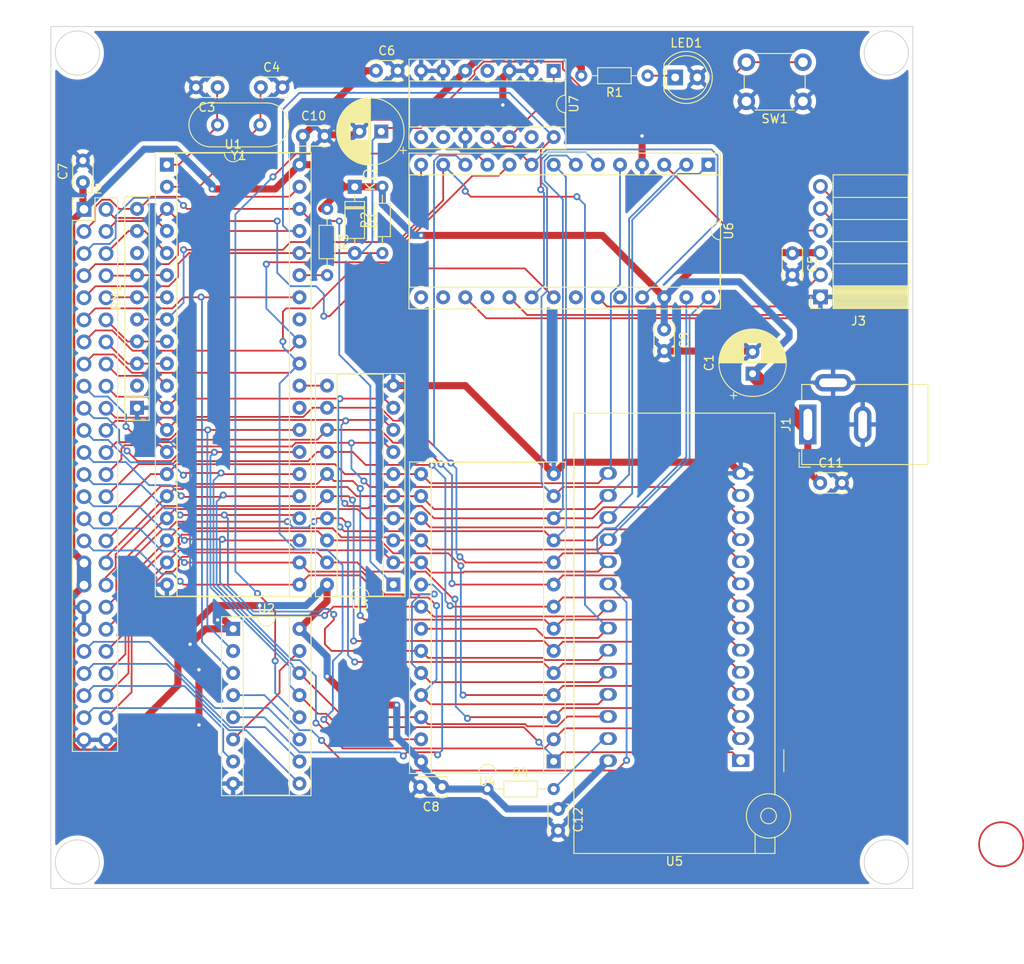
<source format=kicad_pcb>
(kicad_pcb (version 20211014) (generator pcbnew)
  (layers (0 "F.Cu" signal) (31 "B.Cu" signal) (34 "B.Paste" user) (35 "F.Paste" user) (36 "B.SilkS" user "B.Silkscreen") (37 "F.SilkS" user "F.Silkscreen") (38 "B.Mask" user) (39 "F.Mask" user) (44 "Edge.Cuts" user))
  (net 0 "")
  (net 1 "VCC")
  (net 2 "GND")
  (net 3 "/~{RES_IN}")
  (net 4 "Net-(C3-Pad1)")
  (net 5 "Net-(C4-Pad1)")
  (net 6 "/RES_OUT")
  (net 7 "/HOLD")
  (net 8 "/SOD")
  (net 9 "/HLDA")
  (net 10 "/SID")
  (net 11 "/CLK")
  (net 12 "/TRAP")
  (net 13 "/RST7.5")
  (net 14 "/IO{slash}~{M}")
  (net 15 "/RST5.5")
  (net 16 "/~{RD}")
  (net 17 "/INTR")
  (net 18 "/~{WR}")
  (net 19 "/~{INTA}")
  (net 20 "/A15")
  (net 21 "/AD0")
  (net 22 "/A14")
  (net 23 "/A0")
  (net 24 "/A13")
  (net 25 "/AD1")
  (net 26 "/A12")
  (net 27 "/A1")
  (net 28 "/A11")
  (net 29 "/AD2")
  (net 30 "/A10")
  (net 31 "/A2")
  (net 32 "/A9")
  (net 33 "/AD3")
  (net 34 "/A8")
  (net 35 "/A3")
  (net 36 "/AD4")
  (net 37 "/A4")
  (net 38 "/AD5")
  (net 39 "/A5")
  (net 40 "/~{20-3F}")
  (net 41 "/AD6")
  (net 42 "/~{40-5F}")
  (net 43 "/A6")
  (net 44 "/~{60-7F}")
  (net 45 "/AD7")
  (net 46 "/~{HIGH_IO}")
  (net 47 "/A7")
  (net 48 "/~{RTS}")
  (net 49 "/RxD")
  (net 50 "/TxD")
  (net 51 "/~{CTS}")
  (net 52 "Net-(LED1-Pad1)")
  (net 53 "/READY")
  (net 54 "Net-(R4-Pad2)")
  (net 56 "/RST6.5")
  (net 59 "/ALE")
  (net 61 "/~{ROM}")
  (net 62 "/~{RAM}")
  (net 63 "Net-(U2-Pad15)")
  (net 64 "/~{SERIAL}")
  (net 65 "/BAUD_CLK")
  (net 71 "Net-(U7-Pad1)")
  (footprint "Capacitor_THT:C_Disc_D3.4mm_W2.1mm_P2.50mm" (layer "F.Cu") (at 90.043 54.737 90)
    (fp_text reference "C7")
    (fp_text value ".1uf")
  )
  (footprint "Capacitor_THT:C_Disc_D3.4mm_W2.1mm_P2.50mm" (layer "F.Cu") (at 105.537 43.815 180)
    (fp_text reference "C3")
    (fp_text value "20pf-DNP")
  )
  (footprint "Capacitor_THT:C_Disc_D3.4mm_W2.1mm_P2.50mm" (layer "F.Cu") (at 110.49 43.815)
    (fp_text reference "C4")
    (fp_text value "20pf-DNP")
  )
  (footprint "Connector_PinSocket_2.54mm:PinSocket_1x06_P2.54mm_Horizontal" (layer "F.Cu") (at 174.8028 67.9 180)
    (fp_text reference "J3")
    (fp_text value "FTDI")
  )
  (footprint "Package_DIP:DIP-14_W7.62mm_Socket" (layer "F.Cu") (at 144.15 41.92 -90)
    (fp_text reference "U7")
    (fp_text value "74LS90")
  )
  (footprint "Connector_BarrelJack:BarrelJack_GCT_DCJ200-10-A_Horizontal" (layer "F.Cu") (at 173.355 82.565 90)
    (fp_text reference "J1")
    (fp_text value "5V Power")
  )
  (footprint "Resistor_THT:R_Axial_DIN0204_L3.6mm_D1.6mm_P7.62mm_Horizontal" (layer "F.Cu") (at 136.525 124.46)
    (fp_text reference "R4")
    (fp_text value "4.7K")
  )
  (footprint "Capacitor_THT:C_Disc_D3.4mm_W2.1mm_P2.50mm" (layer "F.Cu") (at 171.577 62.885 -90)
    (fp_text reference "C5")
    (fp_text value ".1uf")
  )
  (footprint "Capacitor_THT:C_Disc_D3.4mm_W2.1mm_P2.50mm" (layer "F.Cu") (at 144.653 126.746 -90)
    (fp_text reference "C12")
    (fp_text value ".1uf")
  )
  (footprint "Capacitor_THT:C_Disc_D3.4mm_W2.1mm_P2.50mm" (layer "F.Cu") (at 123.718 41.91)
    (fp_text reference "C6")
    (fp_text value ".1uf")
  )
  (footprint "Button_Switch_THT:SW_PUSH_6mm_H5mm" (layer "F.Cu") (at 172.795 45.43 180)
    (fp_text reference "SW1")
    (fp_text value "RESET")
  )
  (footprint "Resistor_THT:R_Axial_DIN0204_L3.6mm_D1.6mm_P7.62mm_Horizontal" (layer "F.Cu") (at 118.11 57.785 -90)
    (fp_text reference "R3")
    (fp_text value "4.7K")
  )
  (footprint "Capacitor_THT:C_Disc_D3.4mm_W2.1mm_P2.50mm" (layer "F.Cu") (at 156.845 71.628 -90)
    (fp_text reference "C9")
    (fp_text value ".1uf")
  )
  (footprint "Resistor_THT:R_Axial_DIN0204_L3.6mm_D1.6mm_P7.62mm_Horizontal" (layer "F.Cu") (at 154.94 42.48 180)
    (fp_text reference "R1")
    (fp_text value "490")
  )
  (footprint "Resistor_THT:R_Array_SIP10" (layer "F.Cu") (at 96.266 80.645 90)
    (fp_text reference "RN1")
    (fp_text value "10K")
  )
  (footprint "Capacitor_THT:C_Disc_D3.4mm_W2.1mm_P2.50mm" (layer "F.Cu") (at 174.772 89.281)
    (fp_text reference "C11")
    (fp_text value ".1uf")
  )
  (footprint "LED_THT:LED_D5.0mm" (layer "F.Cu") (at 158.115 42.68)
    (fp_text reference "LED1")
    (fp_text value "POWER")
  )
  (footprint "Connector_PinHeader_2.54mm:PinHeader_2x25_P2.54mm_Vertical" (layer "F.Cu") (at 90.165 57.84)
    (fp_text reference "J2")
    (fp_text value "Expansion")
  )
  (footprint "Package_DIP:DIP-40_W15.24mm_Socket" (layer "F.Cu") (at 99.695 52.705)
    (fp_text reference "U1")
    (fp_text value "8085")
  )
  (footprint "Socket:DIP_Socket-28_W11.9_W12.7_W15.24_W17.78_W18.5_3M_228-1277-00-0602J" (layer "F.Cu") (at 165.6425 121.2 180)
    (fp_text reference "U5")
    (fp_text value "X28256")
  )
  (footprint "Package_DIP:DIP-16_W7.62mm_Socket" (layer "F.Cu") (at 107.31 106.05)
    (fp_text reference "U2")
    (fp_text value "74LS139")
  )
  (footprint "Capacitor_THT:CP_Radial_D7.5mm_P2.50mm" (layer "F.Cu") (at 167.005 76.726394 90)
    (fp_text reference "C1")
    (fp_text value "100uf")
  )
  (footprint "Resistor_THT:R_Axial_DIN0204_L3.6mm_D1.6mm_P7.62mm_Horizontal" (layer "F.Cu") (at 124.46 62.865 90)
    (fp_text reference "R2")
    (fp_text value "100K")
  )
  (footprint "Capacitor_THT:C_Disc_D3.4mm_W2.1mm_P2.50mm" (layer "F.Cu") (at 115.316 49.403)
    (fp_text reference "C10")
    (fp_text value ".1uf")
  )
  (footprint "Package_DIP:DIP-20_W7.62mm_Socket" (layer "F.Cu") (at 125.72 100.96 180)
    (fp_text reference "U3")
    (fp_text value "74LS573")
  )
  (footprint "Capacitor_THT:CP_Radial_D7.5mm_P2.50mm" (layer "F.Cu") (at 124.333 48.895 180)
    (fp_text reference "C2")
    (fp_text value "1uf")
  )
  (footprint "Package_DIP:DIP-28_W15.24mm_Socket" (layer "F.Cu") (at 144.15 121.28 180)
    (fp_text reference "U4")
    (fp_text value "CY62256")
  )
  (footprint "Diode_THT:D_DO-35_SOD27_P7.62mm_Horizontal" (layer "F.Cu") (at 121.285 55.25 -90)
    (fp_text reference "D1")
    (fp_text value "1N4148")
  )
  (footprint "Crystal:Crystal_HC49-4H_Vertical" (layer "F.Cu") (at 110.4 48.133 180)
    (fp_text reference "Y1")
    (fp_text value "6.144M")
  )
  (footprint "Capacitor_THT:C_Disc_D3.4mm_W2.1mm_P2.50mm" (layer "F.Cu") (at 131.318 124.206 180)
    (fp_text reference "C8")
    (fp_text value ".1uf")
  )
  (footprint "Package_DIP:DIP-28_W15.24mm_Socket" (layer "F.Cu") (at 161.93 52.71 -90)
    (fp_text reference "U6")
    (fp_text value "8251A")
  )
  (gr_circle (center 195.58 130.81) (end 198.12 130.81) (layer "F.Cu") (width 0.2) (fill none))
  (gr_circle (center 182.372 39.878) (end 184.912 39.878) (layer "Edge.Cuts") (width 0.1) (fill none))
  (gr_circle (center 89.408 39.878) (end 91.948 39.878) (layer "Edge.Cuts") (width 0.1) (fill none))
  (gr_rect (start 185.42 135.89) (end 86.36 36.83) (layer "Edge.Cuts") (width 0.1) (fill none))
  (gr_circle (center 182.372 132.842) (end 184.912 132.842) (layer "Edge.Cuts") (width 0.1) (fill none))
  (gr_circle (center 89.408 132.842) (end 91.948 132.842) (layer "Edge.Cuts") (width 0.1) (fill none))
  (segment (start 123.718 41.91) (end 122.555 41.91) (width 0.8128) (layer "F.Cu") (net 1))
  (segment (start 88.756689 102.428311) (end 88.756689 119.383343) (width 0.8128) (layer "F.Cu") (net 1))
  (segment (start 128.666 47.244) (end 117.221 47.244) (width 0.8128) (layer "F.Cu") (net 1))
  (segment (start 88.756689 119.383343) (end 89.581657 120.208311) (width 0.8128) (layer "F.Cu") (net 1))
  (segment (start 105.029 103.378) (end 110.363 103.378) (width 0.8128) (layer "F.Cu") (net 1))
  (segment (start 147.32 42.48) (end 147.32 41.490051) (width 0.8128) (layer "F.Cu") (net 1))
  (segment (start 174.8028 62.82) (end 161.98 62.82) (width 0.8128) (layer "F.Cu") (net 1))
  (segment (start 124.455 55.25) (end 124.46 55.245) (width 0.8128) (layer "F.Cu") (net 1))
  (segment (start 133.99 41.92) (end 128.666 47.244) (width 0.8128) (layer "F.Cu") (net 1))
  (segment (start 120.01 55.25) (end 117.475 57.785) (width 0.8128) (layer "F.Cu") (net 1))
  (segment (start 88.756689 59.248311) (end 90.165 57.84) (width 0.8128) (layer "F.Cu") (net 1))
  (segment (start 90.165 98.48) (end 88.756689 97.071689) (width 0.8128) (layer "F.Cu") (net 1))
  (segment (start 136.286 39.624) (end 133.99 41.92) (width 0.8128) (layer "F.Cu") (net 1))
  (segment (start 120.0912 55.25) (end 124.455 55.25) (width 0.8128) (layer "F.Cu") (net 1))
  (segment (start 114.93 52.71) (end 112.141 55.499) (width 0.8128) (layer "F.Cu") (net 1))
  (segment (start 100.965 107.442) (end 105.029 103.378) (width 0.8128) (layer "F.Cu") (net 1))
  (segment (start 118.1 100.96) (end 118.1 102.88) (width 0.8128) (layer "F.Cu") (net 1))
  (segment (start 117.5512 52.71) (end 120.0912 55.25) (width 0.8128) (layer "F.Cu") (net 1))
  (segment (start 173.355 87.864) (end 174.772 89.281) (width 0.8128) (layer "F.Cu") (net 1))
  (segment (start 90.165 101.02) (end 88.756689 102.428311) (width 0.8128) (layer "F.Cu") (net 1))
  (segment (start 90.043 57.718) (end 90.165 57.84) (width 0.8128) (layer "F.Cu") (net 1))
  (segment (start 173.355 82.565) (end 173.355 87.864) (width 0.8128) (layer "F.Cu") (net 1))
  (segment (start 117.221 47.498) (end 115.316 49.403) (width 0.8128) (layer "F.Cu") (net 1))
  (segment (start 156.85 67.95) (end 149.733 60.833) (width 0.8128) (layer "F.Cu") (net 1))
  (segment (start 89.581657 120.208311) (end 93.288343 120.208311) (width 0.8128) (layer "F.Cu") (net 1))
  (segment (start 93.288343 120.208311) (end 100.965 112.531654) (width 0.8128) (layer "F.Cu") (net 1))
  (segment (start 118.11 111.506) (end 121.412 114.808) (width 0.8128) (layer "F.Cu") (net 1))
  (segment (start 112.141 55.499) (end 104.902 55.499) (width 0.8128) (layer "F.Cu") (net 1))
  (segment (start 147.32 41.490051) (end 145.453949 39.624) (width 0.8128) (layer "F.Cu") (net 1))
  (segment (start 172.843606 82.565) (end 167.005 76.726394) (width 1.6256) (layer "F.Cu") (net 1))
  (segment (start 145.453949 39.624) (end 136.286 39.624) (width 0.8128) (layer "F.Cu") (net 1))
  (segment (start 122.555 41.91) (end 117.221 47.244) (width 0.8128) (layer "F.Cu") (net 1))
  (segment (start 161.98 62.82) (end 156.85 67.95) (width 0.8128) (layer "F.Cu") (net 1))
  (segment (start 121.412 114.808) (end 126.111 114.808) (width 0.8128) (layer "F.Cu") (net 1))
  (segment (start 117.221 47.244) (end 117.221 47.498) (width 0.8128) (layer "F.Cu") (net 1))
  (segment (start 173.355 82.565) (end 172.843606 82.565) (width 1.6256) (layer "F.Cu") (net 1))
  (segment (start 149.733 60.833) (end 128.905 60.833) (width 0.8128) (layer "F.Cu") (net 1))
  (segment (start 118.1 102.88) (end 114.93 106.05) (width 0.8128) (layer "F.Cu") (net 1))
  (segment (start 90.043 54.737) (end 90.043 57.718) (width 0.8128) (layer "F.Cu") (net 1))
  (segment (start 114.93 52.71) (end 117.5512 52.71) (width 0.8128) (layer "F.Cu") (net 1))
  (segment (start 88.756689 97.071689) (end 88.756689 59.248311) (width 0.8128) (layer "F.Cu") (net 1))
  (segment (start 100.965 112.531654) (end 100.965 107.442) (width 0.8128) (layer "F.Cu") (net 1))
  (segment (start 120.0912 55.25) (end 120.01 55.25) (width 0.8128) (layer "F.Cu") (net 1))
  (via (at 110.363 103.378) (size 0.8) (drill 0.4) (layers "F.Cu" "B.Cu") (net 1))
  (via (at 128.905 60.833) (size 0.8) (drill 0.4) (layers "F.Cu" "B.Cu") (net 1))
  (via (at 104.902 55.499) (size 0.8) (drill 0.4) (layers "F.Cu" "B.Cu") (net 1))
  (via (at 118.11 111.506) (size 0.8) (drill 0.4) (layers "F.Cu" "B.Cu") (net 1))
  (via (at 126.111 114.808) (size 0.8) (drill 0.4) (layers "F.Cu" "B.Cu") (net 1))
  (segment (start 104.902 55.499) (end 104.902 55.118) (width 0.8128) (layer "B.Cu") (net 1))
  (segment (start 126.111 114.808) (end 126.111 118.481) (width 0.8128) (layer "B.Cu") (net 1))
  (segment (start 156.85 67.95) (end 158.633 66.167) (width 0.8128) (layer "B.Cu") (net 1))
  (segment (start 100.711 50.927) (end 97.078 50.927) (width 0.8128) (layer "B.Cu") (net 1))
  (segment (start 165.481 66.167) (end 171.196 71.882) (width 0.8128) (layer "B.Cu") (net 1))
  (segment (start 104.902 55.118) (end 100.711 50.927) (width 0.8128) (layer "B.Cu") (net 1))
  (segment (start 114.93 106.05) (end 118.11 109.23) (width 0.8128) (layer "B.Cu") (net 1))
  (segment (start 156.85 71.623) (end 156.845 71.628) (width 0.8128) (layer "B.Cu") (net 1))
  (segment (start 97.078 50.927) (end 90.165 57.84) (width 0.8128) (layer "B.Cu") (net 1))
  (segment (start 136.525 124.46) (end 131.572 124.46) (width 0.8128) (layer "B.Cu") (net 1))
  (segment (start 171.196 71.882) (end 171.196 72.535394) (width 0.8128) (layer "B.Cu") (net 1))
  (segment (start 144.8565 126.746) (end 138.811 126.746) (width 0.8128) (layer "B.Cu") (net 1))
  (segment (start 126.111 118.481) (end 128.91 121.28) (width 0.8128) (layer "B.Cu") (net 1))
  (segment (start 156.85 67.95) (end 156.85 71.623) (width 0.8128) (layer "B.Cu") (net 1))
  (segment (start 138.811 126.746) (end 136.525 124.46) (width 0.8128) (layer "B.Cu") (net 1))
  (segment (start 171.196 72.535394) (end 167.005 76.726394) (width 0.8128) (layer "B.Cu") (net 1))
  (segment (start 150.4025 121.2) (end 144.8565 126.746) (width 0.8128) (layer "B.Cu") (net 1))
  (segment (start 115.316 52.324) (end 114.93 52.71) (width 0.8128) (layer "B.Cu") (net 1))
  (segment (start 115.316 49.403) (end 115.316 52.324) (width 0.8128) (layer "B.Cu") (net 1))
  (segment (start 128.905 60.833) (end 128.0634 60.833) (width 0.8128) (layer "B.Cu") (net 1))
  (segment (start 131.572 124.46) (end 128.91 121.798) (width 0.8128) (layer "B.Cu") (net 1))
  (segment (start 158.633 66.167) (end 165.481 66.167) (width 0.8128) (layer "B.Cu") (net 1))
  (segment (start 115.682 103.378) (end 118.1 100.96) (width 0.8128) (layer "B.Cu") (net 1))
  (segment (start 124.46 57.2296) (end 124.46 55.245) (width 0.8128) (layer "B.Cu") (net 1))
  (segment (start 128.0634 60.833) (end 124.46 57.2296) (width 0.8128) (layer "B.Cu") (net 1))
  (segment (start 90.165 101.02) (end 90.165 98.48) (width 1.6256) (layer "B.Cu") (net 1))
  (segment (start 110.363 103.378) (end 115.682 103.378) (width 0.8128) (layer "B.Cu") (net 1))
  (segment (start 128.91 121.798) (end 128.91 121.28) (width 0.8128) (layer "B.Cu") (net 1))
  (segment (start 118.11 109.23) (end 118.11 111.506) (width 0.8128) (layer "B.Cu") (net 1))
  (segment (start 138.303 45.847) (end 138.303 42.687) (width 0.8128) (layer "F.Cu") (net 2))
  (segment (start 144.15 88.26) (end 145.50832 86.90168) (width 0.8128) (layer "F.Cu") (net 2))
  (segment (start 164.36418 86.90168) (end 165.6425 88.18) (width 0.8128) (layer "F.Cu") (net 2))
  (segment (start 121.452 49.276) (end 117.943 49.276) (width 0.8128) (layer "F.Cu") (net 2))
  (segment (start 154.31 49.408) (end 154.305 49.403) (width 0.8128) (layer "F.Cu") (net 2))
  (segment (start 145.50832 86.90168) (end 164.36418 86.90168) (width 0.8128) (layer "F.Cu") (net 2))
  (segment (start 106.289 105.029) (end 107.31 106.05) (width 0.8128) (layer "F.Cu") (net 2))
  (segment (start 107.31 106.05) (end 104.135 106.05) (width 0.8128) (layer "F.Cu") (net 2))
  (segment (start 154.31 52.71) (end 154.31 49.408) (width 0.8128) (layer "F.Cu") (net 2))
  (segment (start 166.906606 74.128) (end 167.005 74.226394) (width 0.8128) (layer "F.Cu") (net 2))
  (segment (start 105.537 105.029) (end 106.289 105.029) (width 0.8128) (layer "F.Cu") (net 2))
  (segment (start 121.833 48.895) (end 121.452 49.276) (width 0.8128) (layer "F.Cu") (net 2))
  (segment (start 138.303 42.687) (end 139.07 41.92) (width 0.8128) (layer "F.Cu") (net 2))
  (segment (start 117.943 49.276) (end 117.816 49.403) (width 0.8128) (layer "F.Cu") (net 2))
  (segment (start 125.72 78.1) (end 133.99 78.1) (width 0.8128) (layer "F.Cu") (net 2))
  (segment (start 133.99 78.1) (end 144.15 88.26) (width 0.8128) (layer "F.Cu") (net 2))
  (segment (start 156.845 74.128) (end 166.906606 74.128) (width 0.8128) (layer "F.Cu") (net 2))
  (segment (start 104.135 106.05) (end 102.362 107.823) (width 0.8128) (layer "F.Cu") (net 2))
  (segment (start 103.378 110.744) (end 103.378 117.094) (width 0.8128) (layer "F.Cu") (net 2))
  (via (at 103.378 110.744) (size 0.8) (drill 0.4) (layers "F.Cu" "B.Cu") (net 2))
  (via (at 102.362 107.823) (size 0.8) (drill 0.4) (layers "F.Cu" "B.Cu") (net 2))
  (via (at 103.378 117.094) (size 0.8) (drill 0.4) (layers "F.Cu" "B.Cu") (net 2))
  (via (at 154.305 49.403) (size 0.8) (drill 0.4) (layers "F.Cu" "B.Cu") (net 2))
  (via (at 138.303 45.847) (size 0.8) (drill 0.4) (layers "F.Cu" "B.Cu") (net 2))
  (via (at 105.537 105.029) (size 0.8) (drill 0.4) (layers "F.Cu" "B.Cu") (net 2))
  (segment (start 102.362 86.904372) (end 102.362 107.823) (width 0.2) (layer "B.Cu") (net 2))
  (segment (start 99.912628 84.455) (end 102.362 86.904372) (width 0.2) (layer "B.Cu") (net 2))
  (segment (start 99.076 84.455) (end 99.912628 84.455) (width 0.2) (layer "B.Cu") (net 2))
  (segment (start 96.266 80.645) (end 96.266 81.645) (width 0.2) (layer "B.Cu") (net 2))
  (segment (start 96.266 81.645) (end 99.076 84.455) (width 0.2) (layer "B.Cu") (net 2))
  (segment (start 135.041911 42.355717) (end 128.909539 48.488089) (width 0.2) (layer "F.Cu") (net 3))
  (segment (start 91.49 66.675) (end 90.165 68) (width 0.2) (layer "F.Cu") (net 3))
  (segment (start 172.795 40.93) (end 166.295 40.93) (width 0.2) (layer "F.Cu") (net 3))
  (segment (start 99.912628 66.675) (end 91.49 66.675) (width 0.2) (layer "F.Cu") (net 3))
  (segment (start 121.285 62.87) (end 124.455 62.87) (width 0.2) (layer "F.Cu") (net 3))
  (segment (start 149.340793 45.847) (end 145.201911 41.708118) (width 0.2) (layer "F.Cu") (net 3))
  (segment (start 136.094283 40.868089) (end 135.041911 41.920461) (width 0.2) (layer "F.Cu") (net 3))
  (segment (start 102.235 62.865) (end 100.965 64.135) (width 0.2) (layer "F.Cu") (net 3))
  (segment (start 121.285 62.87) (end 114.93 62.87) (width 0.2) (layer "F.Cu") (net 3))
  (segment (start 100.965 64.135) (end 100.965 65.622628) (width 0.2) (layer "F.Cu") (net 3))
  (segment (start 161.378 45.847) (end 149.340793 45.847) (width 0.2) (layer "F.Cu") (net 3))
  (segment (start 100.965 65.622628) (end 99.912628 66.675) (width 0.2) (layer "F.Cu") (net 3))
  (segment (start 145.201911 40.868089) (end 136.094283 40.868089) (width 0.2) (layer "F.Cu") (net 3))
  (segment (start 135.041911 41.920461) (end 135.041911 42.355717) (width 0.2) (layer "F.Cu") (net 3))
  (segment (start 124.455 62.87) (end 124.46 62.865) (width 0.2) (layer "F.Cu") (net 3))
  (segment (start 114.93 62.87) (end 102.24 62.87) (width 0.2) (layer "F.Cu") (net 3))
  (segment (start 124.739911 48.488089) (end 124.333 48.895) (width 0.2) (layer "F.Cu") (net 3))
  (segment (start 128.909539 48.488089) (end 124.739911 48.488089) (width 0.2) (layer "F.Cu") (net 3))
  (segment (start 166.295 40.93) (end 161.378 45.847) (width 0.2) (layer "F.Cu") (net 3))
  (segment (start 145.201911 41.708118) (end 145.201911 40.868089) (width 0.2) (layer "F.Cu") (net 3))
  (segment (start 102.24 62.87) (end 102.235 62.865) (width 0.2) (layer "F.Cu") (net 3))
  (segment (start 123.317 49.911) (end 123.317 61.595) (width 0.2) (layer "B.Cu") (net 3))
  (segment (start 124.333 48.895) (end 123.317 49.911) (width 0.2) (layer "B.Cu") (net 3))
  (segment (start 123.317 61.595) (end 122.042 62.87) (width 0.2) (layer "B.Cu") (net 3))
  (segment (start 101.07 52.71) (end 105.52 48.26) (width 0.2) (layer "F.Cu") (net 4))
  (segment (start 105.47 43.882) (end 105.47 47.956) (width 0.2) (layer "F.Cu") (net 4))
  (segment (start 105.537 43.815) (end 105.47 43.882) (width 0.2) (layer "F.Cu") (net 4))
  (segment (start 99.69 52.71) (end 101.07 52.71) (width 0.2) (layer "F.Cu") (net 4))
  (segment (start 105.47 48.21) (end 105.52 48.26) (width 0.2) (layer "F.Cu") (net 4))
  (segment (start 110.49 43.815) (end 110.45 43.855) (width 0.2) (layer "F.Cu") (net 5))
  (segment (start 110.45 48.21) (end 110.4 48.26) (width 0.2) (layer "F.Cu") (net 5))
  (segment (start 110.4 48.26) (end 103.41 55.25) (width 0.2) (layer "F.Cu") (net 5))
  (segment (start 110.45 43.855) (end 110.45 47.956) (width 0.2) (layer "F.Cu") (net 5))
  (segment (start 103.41 55.25) (end 99.69 55.25) (width 0.2) (layer "F.Cu") (net 5))
  (segment (start 95.830283 58.836911) (end 98.643089 58.836911) (width 0.2) (layer "F.Cu") (net 6))
  (segment (start 101.082 59.182) (end 99.69 57.79) (width 0.2) (layer "F.Cu") (net 6))
  (segment (start 118.371439 70.1209) (end 117.729 70.1209) (width 0.2) (layer "F.Cu") (net 6))
  (segment (start 112.3781 59.182) (end 101.082 59.182) (width 0.2) (layer "F.Cu") (net 6))
  (segment (start 98.643089 58.836911) (end 99.69 57.79) (width 0.2) (layer "F.Cu") (net 6))
  (segment (start 95.823461 58.830089) (end 95.830283 58.836911) (width 0.2) (layer "F.Cu") (net 6))
  (segment (start 144.15 67.95) (end 140.825733 64.625733) (width 0.2) (layer "F.Cu") (net 6))
  (segment (start 92.705 57.84) (end 93.695089 58.830089) (width 0.2) (layer "F.Cu") (net 6))
  (segment (start 140.825733 64.625733) (end 123.866606 64.625733) (width 0.2) (layer "F.Cu") (net 6))
  (segment (start 123.866606 64.625733) (end 118.371439 70.1209) (width 0.2) (layer "F.Cu") (net 6))
  (segment (start 93.695089 58.830089) (end 95.823461 58.830089) (width 0.2) (layer "F.Cu") (net 6))
  (via (at 112.3781 59.182) (size 0.8) (drill 0.4) (layers "F.Cu" "B.Cu") (net 6))
  (via (at 117.729 70.1209) (size 0.8) (drill 0.4) (layers "F.Cu" "B.Cu") (net 6))
  (segment (start 112.3781 65.1341) (end 112.3781 59.182) (width 0.2) (layer "B.Cu") (net 6))
  (segment (start 116.84 66.675) (end 113.919 66.675) (width 0.2) (layer "B.Cu") (net 6))
  (segment (start 113.919 66.675) (end 112.3781 65.1341) (width 0.2) (layer "B.Cu") (net 6))
  (segment (start 117.729 67.564) (end 116.84 66.675) (width 0.2) (layer "B.Cu") (net 6))
  (segment (start 117.729 70.1209) (end 117.729 67.564) (width 0.2) (layer "B.Cu") (net 6))
  (segment (start 91.44 57.546661) (end 91.44 59.105) (width 0.2) (layer "F.Cu") (net 7))
  (segment (start 113.792 56.388) (end 97.922 56.388) (width 0.2) (layer "F.Cu") (net 7))
  (segment (start 94.213339 57.79) (end 93.161428 56.738089) (width 0.2) (layer "F.Cu") (net 7))
  (segment (start 96.52 57.79) (end 94.213339 57.79) (width 0.2) (layer "F.Cu") (net 7))
  (segment (start 97.922 56.388) (end 96.52 57.79) (width 0.2) (layer "F.Cu") (net 7))
  (segment (start 93.161428 56.738089) (end 92.248572 56.738089) (width 0.2) (layer "F.Cu") (net 7))
  (segment (start 92.248572 56.738089) (end 91.44 57.546661) (width 0.2) (layer "F.Cu") (net 7))
  (segment (start 91.44 59.105) (end 90.165 60.38) (width 0.2) (layer "F.Cu") (net 7))
  (segment (start 114.93 55.25) (end 113.792 56.388) (width 0.2) (layer "F.Cu") (net 7))
  (segment (start 98.548822 59.188822) (end 93.896178 59.188822) (width 0.2) (layer "F.Cu") (net 8))
  (segment (start 93.896178 59.188822) (end 92.705 60.38) (width 0.2) (layer "F.Cu") (net 8))
  (segment (start 99.69 60.33) (end 98.548822 59.188822) (width 0.2) (layer "F.Cu") (net 8))
  (segment (start 114.93 57.79) (end 102.000011 57.79) (width 0.2) (layer "F.Cu") (net 9))
  (segment (start 114.93 57.79) (end 116.322 59.182) (width 0.2) (layer "F.Cu") (net 9))
  (segment (start 102.000011 57.79) (end 101.6 57.389989) (width 0.2) (layer "F.Cu") (net 9))
  (segment (start 116.322 59.182) (end 119.507 59.182) (width 0.2) (layer "F.Cu") (net 9))
  (via (at 101.6 57.389989) (size 0.8) (drill 0.4) (layers "F.Cu" "B.Cu") (net 9))
  (via (at 119.507 59.182) (size 0.8) (drill 0.4) (layers "F.Cu" "B.Cu") (net 9))
  (segment (start 91.266911 61.818089) (end 90.165 62.92) (width 0.2) (layer "B.Cu") (net 9))
  (segment (start 100.725011 56.515) (end 95.885 56.515) (width 0.2) (layer "B.Cu") (net 9))
  (segment (start 93.806911 58.593089) (end 93.806911 61.133089) (width 0.2) (layer "B.Cu") (net 9))
  (segment (start 95.885 56.515) (end 93.806911 58.593089) (width 0.2) (layer "B.Cu") (net 9))
  (segment (start 123.079901 78.121901) (end 123.079901 98.319901) (width 0.2) (layer "B.Cu") (net 9))
  (segment (start 101.6 57.389989) (end 100.725011 56.515) (width 0.2) (layer "B.Cu") (net 9))
  (segment (start 93.121911 61.818089) (end 91.266911 61.818089) (width 0.2) (layer "B.Cu") (net 9))
  (segment (start 119.507 74.549) (end 123.079901 78.121901) (width 0.2) (layer "B.Cu") (net 9))
  (segment (start 93.806911 61.133089) (end 93.121911 61.818089) (width 0.2) (layer "B.Cu") (net 9))
  (segment (start 123.079901 98.319901) (end 125.72 100.96) (width 0.2) (layer "B.Cu") (net 9))
  (segment (start 119.507 59.182) (end 119.507 74.549) (width 0.2) (layer "B.Cu") (net 9))
  (segment (start 97.15 60.33) (end 96.52 60.33) (width 0.2) (layer "F.Cu") (net 10))
  (segment (start 99.69 62.87) (end 97.15 60.33) (width 0.2) (layer "F.Cu") (net 10))
  (segment (start 95.295 60.33) (end 92.705 62.92) (width 0.2) (layer "F.Cu") (net 10))
  (segment (start 96.52 60.33) (end 95.295 60.33) (width 0.2) (layer "F.Cu") (net 10))
  (segment (start 100.965 63.082628) (end 99.912628 64.135) (width 0.2) (layer "F.Cu") (net 11))
  (segment (start 103.505 60.325) (end 102.235 60.325) (width 0.2) (layer "F.Cu") (net 11))
  (segment (start 142.661911 51.028089) (end 142.661911 55.568189) (width 0.2) (layer "F.Cu") (net 11))
  (segment (start 102.235 60.325) (end 100.965 61.595) (width 0.2) (layer "F.Cu") (net 11))
  (segment (start 144.15 49.54) (end 142.661911 51.028089) (width 0.2) (layer "F.Cu") (net 11))
  (segment (start 103.51 60.33) (end 103.505 60.325) (width 0.2) (layer "F.Cu") (net 11))
  (segment (start 142.661911 55.568189) (end 142.659587 55.570513) (width 0.2) (layer "F.Cu") (net 11))
  (segment (start 99.912628 64.135) (end 91.49 64.135) (width 0.2) (layer "F.Cu") (net 11))
  (segment (start 114.93 60.33) (end 103.51 60.33) (width 0.2) (layer "F.Cu") (net 11))
  (segment (start 91.49 64.135) (end 90.165 65.46) (width 0.2) (layer "F.Cu") (net 11))
  (segment (start 100.965 61.595) (end 100.965 63.082628) (width 0.2) (layer "F.Cu") (net 11))
  (via (at 142.659587 55.570513) (size 0.8) (drill 0.4) (layers "F.Cu" "B.Cu") (net 11))
  (segment (start 142.659587 55.570513) (end 143.03108 55.942006) (width 0.2) (layer "B.Cu") (net 11))
  (segment (start 114.935 44.45) (end 113.03 46.355) (width 0.2) (layer "B.Cu") (net 11))
  (segment (start 113.67 60.33) (end 114.93 60.33) (width 0.2) (layer "B.Cu") (net 11))
  (segment (start 143.03108 66.52892) (end 141.61 67.95) (width 0.2) (layer "B.Cu") (net 11))
  (segment (start 113.03 46.355) (end 113.03 59.69) (width 0.2) (layer "B.Cu") (net 11))
  (segment (start 143.03108 55.942006) (end 143.03108 66.52892) (width 0.2) (layer "B.Cu") (net 11))
  (segment (start 139.06 44.45) (end 114.935 44.45) (width 0.2) (layer "B.Cu") (net 11))
  (segment (start 144.15 49.54) (end 139.06 44.45) (width 0.2) (layer "B.Cu") (net 11))
  (segment (start 113.03 59.69) (end 113.67 60.33) (width 0.2) (layer "B.Cu") (net 11))
  (segment (start 96.47 65.46) (end 96.52 65.41) (width 0.2) (layer "F.Cu") (net 12))
  (segment (start 96.52 65.41) (end 99.69 65.41) (width 0.2) (layer "F.Cu") (net 12))
  (segment (start 92.705 65.46) (end 96.47 65.46) (width 0.2) (layer "F.Cu") (net 12))
  (segment (start 99.69 67.95) (end 96.52 67.95) (width 0.2) (layer "F.Cu") (net 13))
  (segment (start 92.755 67.95) (end 92.705 68) (width 0.2) (layer "F.Cu") (net 13))
  (segment (start 96.52 67.95) (end 92.755 67.95) (width 0.2) (layer "F.Cu") (net 13))
  (segment (start 91.49 69.215) (end 90.165 70.54) (width 0.2) (layer "F.Cu") (net 14))
  (segment (start 101.595 67.95) (end 100.33 69.215) (width 0.2) (layer "F.Cu") (net 14))
  (segment (start 100.33 69.215) (end 91.49 69.215) (width 0.2) (layer "F.Cu") (net 14))
  (segment (start 114.93 67.95) (end 101.595 67.95) (width 0.2) (layer "F.Cu") (net 14))
  (via (at 103.632 67.9196) (size 0.8) (drill 0.4) (layers "F.Cu" "B.Cu") (net 14))
  (segment (start 103.729911 68.017511) (end 103.632 67.9196) (width 0.2) (layer "B.Cu") (net 14))
  (segment (start 107.31 111.13) (end 103.729911 107.549911) (width 0.2) (layer "B.Cu") (net 14))
  (segment (start 103.729911 107.549911) (end 103.729911 68.017511) (width 0.2) (layer "B.Cu") (net 14))
  (segment (start 92.705 70.54) (end 95.195 73.03) (width 0.2) (layer "F.Cu") (net 15))
  (segment (start 96.52 73.03) (end 99.69 73.03) (width 0.2) (layer "F.Cu") (net 15))
  (segment (start 95.195 73.03) (end 96.52 73.03) (width 0.2) (layer "F.Cu") (net 15))
  (segment (start 131.45 56.798636) (end 126.078636 62.17) (width 0.2) (layer "F.Cu") (net 16))
  (segment (start 142.107677 106.04) (end 128.91 106.04) (width 0.2) (layer "F.Cu") (net 16))
  (segment (start 134.62 56.388) (end 133.985 55.753) (width 0.2) (layer "F.Cu") (net 16))
  (segment (start 126.070089 63.921911) (end 111.338089 63.921911) (width 0.2) (layer "F.Cu") (net 16))
  (segment (start 146.812 56.388) (end 134.62 56.388) (width 0.2) (layer "F.Cu") (net 16))
  (segment (start 143.159588 107.091911) (end 142.107677 106.04) (width 0.2) (layer "F.Cu") (net 16))
  (segment (start 150.4025 105.96) (end 149.270589 107.091911) (width 0.2) (layer "F.Cu") (net 16))
  (segment (start 149.270589 107.091911) (end 143.159588 107.091911) (width 0.2) (layer "F.Cu") (net 16))
  (segment (start 131.45 52.71) (end 131.45 56.798636) (width 0.2) (layer "F.Cu") (net 16))
  (segment (start 91.49 71.755) (end 90.165 73.08) (width 0.2) (layer "F.Cu") (net 16))
  (segment (start 114.93 73.03) (end 113.878089 74.081911) (width 0.2) (layer "F.Cu") (net 16))
  (segment (start 111.338089 63.921911) (end 111.125 64.135) (width 0.2) (layer "F.Cu") (net 16))
  (segment (start 93.42231 71.755) (end 91.49 71.755) (width 0.2) (layer "F.Cu") (net 16))
  (segment (start 126.078636 63.913364) (end 126.070089 63.921911) (width 0.2) (layer "F.Cu") (net 16))
  (segment (start 126.078636 62.17) (end 126.078636 63.913364) (width 0.2) (layer "F.Cu") (net 16))
  (segment (start 113.878089 74.081911) (end 95.749221 74.081911) (width 0.2) (layer "F.Cu") (net 16))
  (segment (start 95.749221 74.081911) (end 93.42231 71.755) (width 0.2) (layer "F.Cu") (net 16))
  (via (at 133.985 55.753) (size 0.8) (drill 0.4) (layers "F.Cu" "B.Cu") (net 16))
  (via (at 146.812 56.388) (size 0.8) (drill 0.4) (layers "F.Cu" "B.Cu") (net 16))
  (via (at 111.125 64.135) (size 0.8) (drill 0.4) (layers "F.Cu" "B.Cu") (net 16))
  (segment (start 111.125 69.225) (end 114.93 73.03) (width 0.2) (layer "B.Cu") (net 16))
  (segment (start 133.985 55.245) (end 131.45 52.71) (width 0.2) (layer "B.Cu") (net 16))
  (segment (start 147.741911 57.317911) (end 146.812 56.388) (width 0.2) (layer "B.Cu") (net 16))
  (segment (start 111.125 64.135) (end 111.125 69.225) (width 0.2) (layer "B.Cu") (net 16))
  (segment (start 133.985 55.753) (end 133.985 55.245) (width 0.2) (layer "B.Cu") (net 16))
  (segment (start 147.741911 103.299411) (end 147.741911 57.317911) (width 0.2) (layer "B.Cu") (net 16))
  (segment (start 150.4025 105.96) (end 147.741911 103.299411) (width 0.2) (layer "B.Cu") (net 16))
  (segment (start 96.52 75.57) (end 95.195 75.57) (width 0.2) (layer "F.Cu") (net 17))
  (segment (start 96.52 75.57) (end 99.69 75.57) (width 0.2) (layer "F.Cu") (net 17))
  (segment (start 95.195 75.57) (end 92.705 73.08) (width 0.2) (layer "F.Cu") (net 17))
  (segment (start 126.430547 64.059131) (end 126.215855 64.273822) (width 0.2) (layer "F.Cu") (net 18))
  (segment (start 114.93 75.57) (end 113.878089 76.621911) (width 0.2) (layer "F.Cu") (net 18))
  (segment (start 91.266911 74.518089) (end 90.165 75.62) (width 0.2) (layer "F.Cu") (net 18))
  (segment (start 116.459 69.215) (end 113.411 69.215) (width 0.2) (layer "F.Cu") (net 18))
  (segment (start 120.01 118.74) (end 117.729 116.459) (width 0.2) (layer "F.Cu") (net 18))
  (segment (start 137.805 53.975) (end 134.822657 53.975) (width 0.2) (layer "F.Cu") (net 18))
  (segment (start 128.91 118.74) (end 120.01 118.74) (width 0.2) (layer "F.Cu") (net 18))
  (segment (start 126.215855 64.273822) (end 121.400178 64.273822) (width 0.2) (layer "F.Cu") (net 18))
  (segment (start 113.03 69.596) (end 113.03 73.025) (width 0.2) (layer "F.Cu") (net 18))
  (segment (start 113.411 69.215) (end 113.03 69.596) (width 0.2) (layer "F.Cu") (net 18))
  (segment (start 113.878089 76.621911) (end 95.671911 76.621911) (width 0.2) (layer "F.Cu") (net 18))
  (segment (start 95.671911 76.621911) (end 93.568089 74.518089) (width 0.2) (layer "F.Cu") (net 18))
  (segment (start 93.568089 74.518089) (end 91.266911 74.518089) (width 0.2) (layer "F.Cu") (net 18))
  (segment (start 126.430547 62.36711) (end 126.430547 64.059131) (width 0.2) (layer "F.Cu") (net 18))
  (segment (start 139.07 52.71) (end 137.805 53.975) (width 0.2) (layer "F.Cu") (net 18))
  (segment (start 134.822657 53.975) (end 126.430547 62.36711) (width 0.2) (layer "F.Cu") (net 18))
  (segment (start 121.400178 64.273822) (end 116.459 69.215) (width 0.2) (layer "F.Cu") (net 18))
  (via (at 117.729 116.459) (size 0.8) (drill 0.4) (layers "F.Cu" "B.Cu") (net 18))
  (via (at 113.03 73.025) (size 0.8) (drill 0.4) (layers "F.Cu" "B.Cu") (net 18))
  (segment (start 119.888 98.720372) (end 118.109539 96.941911) (width 0.2) (layer "B.Cu") (net 18))
  (segment (start 119.888 108.626992) (end 119.888 98.720372) (width 0.2) (layer "B.Cu") (net 18))
  (segment (start 118.109539 96.941911) (end 114.494283 96.941911) (width 0.2) (layer "B.Cu") (net 18))
  (segment (start 112.649 77.851) (end 114.93 75.57) (width 0.2) (layer "B.Cu") (net 18))
  (segment (start 112.649 95.096628) (end 112.649 77.851) (width 0.2) (layer "B.Cu") (net 18))
  (segment (start 114.494283 96.941911) (end 112.649 95.096628) (width 0.2) (layer "B.Cu") (net 18))
  (segment (start 113.03 73.025) (end 113.03 73.67) (width 0.2) (layer "B.Cu") (net 18))
  (segment (start 117.729 116.459) (end 118.768311 115.419689) (width 0.2) (layer "B.Cu") (net 18))
  (segment (start 118.768311 109.746681) (end 119.888 108.626992) (width 0.2) (layer "B.Cu") (net 18))
  (segment (start 113.03 73.67) (end 114.93 75.57) (width 0.2) (layer "B.Cu") (net 18))
  (segment (start 118.768311 115.419689) (end 118.768311 109.746681) (width 0.2) (layer "B.Cu") (net 18))
  (segment (start 98.553822 76.973822) (end 99.69 78.11) (width 0.2) (layer "F.Cu") (net 19))
  (segment (start 94.058822 76.973822) (end 98.553822 76.973822) (width 0.2) (layer "F.Cu") (net 19))
  (segment (start 92.705 75.62) (end 94.058822 76.973822) (width 0.2) (layer "F.Cu") (net 19))
  (segment (start 114.93 83.19) (end 104.399 83.19) (width 0.2) (layer "F.Cu") (net 20))
  (segment (start 104.399 83.19) (end 104.394 83.185) (width 0.2) (layer "F.Cu") (net 20))
  (segment (start 101.182628 83.185) (end 104.394 83.185) (width 0.2) (layer "F.Cu") (net 20))
  (segment (start 94.996 82.804) (end 96.433911 84.241911) (width 0.2) (layer "F.Cu") (net 20))
  (segment (start 100.125717 84.241911) (end 101.182628 83.185) (width 0.2) (layer "F.Cu") (net 20))
  (segment (start 96.433911 84.241911) (end 100.125717 84.241911) (width 0.2) (layer "F.Cu") (net 20))
  (via (at 94.996 82.804) (size 0.8) (drill 0.4) (layers "F.Cu" "B.Cu") (net 20))
  (via (at 104.394 83.185) (size 0.8) (drill 0.4) (layers "F.Cu" "B.Cu") (net 20))
  (segment (start 107.31 108.59) (end 104.349552 105.629552) (width 0.2) (layer "B.Cu") (net 20))
  (segment (start 104.349552 105.629552) (end 104.349552 83.229448) (width 0.2) (layer "B.Cu") (net 20))
  (segment (start 90.165 78.16) (end 91.3546 79.3496) (width 0.2) (layer "B.Cu") (net 20))
  (segment (start 91.3546 79.3496) (end 92.912939 79.3496) (width 0.2) (layer "B.Cu") (net 20))
  (segment (start 104.349552 83.229448) (end 104.394 83.185) (width 0.2) (layer "B.Cu") (net 20))
  (segment (start 94.996 81.432661) (end 94.996 82.804) (width 0.2) (layer "B.Cu") (net 20))
  (segment (start 92.912939 79.3496) (end 94.996 81.432661) (width 0.2) (layer "B.Cu") (net 20))
  (segment (start 149.86 94.615) (end 164.4575 94.615) (width 0.2) (layer "F.Cu") (net 21))
  (segment (start 125.72 80.64) (end 124.668089 79.588089) (width 0.2) (layer "F.Cu") (net 21))
  (segment (start 100.751911 79.588089) (end 124.668089 79.588089) (width 0.2) (layer "F.Cu") (net 21))
  (segment (start 98.415 79.375) (end 93.92 79.375) (width 0.2) (layer "F.Cu") (net 21))
  (segment (start 148.595 95.88) (end 149.86 94.615) (width 0.2) (layer "F.Cu") (net 21))
  (segment (start 144.15 95.88) (end 143.098089 94.828089) (width 0.2) (layer "F.Cu") (net 21))
  (segment (start 120.075689 94.828089) (end 119.5832 94.3356) (width 0.2) (layer "F.Cu") (net 21))
  (segment (start 93.92 79.375) (end 92.705 78.16) (width 0.2) (layer "F.Cu") (net 21))
  (segment (start 144.15 95.88) (end 148.595 95.88) (width 0.2) (layer "F.Cu") (net 21))
  (segment (start 164.4575 94.615) (end 165.6425 95.8) (width 0.2) (layer "F.Cu") (net 21))
  (segment (start 100.751911 79.588089) (end 99.69 80.65) (width 0.2) (layer "F.Cu") (net 21))
  (segment (start 143.098089 94.828089) (end 120.075689 94.828089) (width 0.2) (layer "F.Cu") (net 21))
  (segment (start 99.69 80.65) (end 98.415 79.375) (width 0.2) (layer "F.Cu") (net 21))
  (via (at 119.5832 94.3356) (size 0.8) (drill 0.4) (layers "F.Cu" "B.Cu") (net 21))
  (via (at 119.5832 79.6036) (size 0.8) (drill 0.4) (layers "F.Cu" "B.Cu") (net 21))
  (segment (start 119.392188 94.144588) (end 119.392188 79.794612) (width 0.2) (layer "B.Cu") (net 21))
  (segment (start 145.553822 94.476178) (end 144.15 95.88) (width 0.2) (layer "B.Cu") (net 21))
  (segment (start 119.392188 79.794612) (end 119.5832 79.6036) (width 0.2) (layer "B.Cu") (net 21))
  (segment (start 119.5832 94.3356) (end 119.392188 94.144588) (width 0.2) (layer "B.Cu") (net 21))
  (segment (start 145.553822 54.113822) (end 145.553822 94.476178) (width 0.2) (layer "B.Cu") (net 21))
  (segment (start 144.15 52.71) (end 145.553822 54.113822) (width 0.2) (layer "B.Cu") (net 21))
  (segment (start 95.123 85.598) (end 96.301911 86.776911) (width 0.2) (layer "F.Cu") (net 22))
  (segment (start 140.716009 117.348009) (end 142.4432 119.0752) (width 0.2) (layer "F.Cu") (net 22))
  (segment (start 117.067099 115.807099) (end 117.999027 115.807099) (width 0.2) (layer "F.Cu") (net 22))
  (segment (start 100.187733 86.776911) (end 101.214244 85.7504) (width 0.2) (layer "F.Cu") (net 22))
  (segment (start 165.6425 121.2) (end 164.67058 120.22808) (width 0.2) (layer "F.Cu") (net 22))
  (segment (start 145.20192 120.22808) (end 144.15 121.28) (width 0.2) (layer "F.Cu") (net 22))
  (segment (start 96.301911 86.776911) (end 100.187733 86.776911) (width 0.2) (layer "F.Cu") (net 22))
  (segment (start 105.1764 85.73) (end 105.156 85.7504) (width 0.2) (layer "F.Cu") (net 22))
  (segment (start 117.999027 115.807099) (end 119.539937 117.348009) (width 0.2) (layer "F.Cu") (net 22))
  (segment (start 114.93 85.73) (end 105.1764 85.73) (width 0.2) (layer "F.Cu") (net 22))
  (segment (start 119.539937 117.348009) (end 140.716009 117.348009) (width 0.2) (layer "F.Cu") (net 22))
  (segment (start 164.67058 120.22808) (end 145.20192 120.22808) (width 0.2) (layer "F.Cu") (net 22))
  (segment (start 114.93 113.67) (end 117.067099 115.807099) (width 0.2) (layer "F.Cu") (net 22))
  (segment (start 101.214244 85.7504) (end 105.156 85.7504) (width 0.2) (layer "F.Cu") (net 22))
  (via (at 142.4432 119.0752) (size 0.8) (drill 0.4) (layers "F.Cu" "B.Cu") (net 22))
  (via (at 105.156 85.7504) (size 0.8) (drill 0.4) (layers "F.Cu" "B.Cu") (net 22))
  (via (at 95.123 85.598) (size 0.8) (drill 0.4) (layers "F.Cu" "B.Cu") (net 22))
  (segment (start 142.4432 119.0752) (end 144.15 120.782) (width 0.2) (layer "B.Cu") (net 22))
  (segment (start 104.701466 86.204934) (end 105.156 85.7504) (width 0.2) (layer "B.Cu") (net 22))
  (segment (start 91.3038 81.8388) (end 92.862139 81.8388) (width 0.2) (layer "B.Cu") (net 22))
  (segment (start 94.217099 84.692099) (end 95.123 85.598) (width 0.2) (layer "B.Cu") (net 22))
  (segment (start 94.217099 83.19376) (end 94.217099 84.692099) (width 0.2) (layer "B.Cu") (net 22))
  (segment (start 92.862139 81.8388) (end 94.217099 83.19376) (width 0.2) (layer "B.Cu") (net 22))
  (segment (start 144.15 120.782) (end 144.15 121.28) (width 0.2) (layer "B.Cu") (net 22))
  (segment (start 104.701466 101.272466) (end 104.701466 86.204934) (width 0.2) (layer "B.Cu") (net 22))
  (segment (start 114.93 113.67) (end 113.792 112.532) (width 0.2) (layer "B.Cu") (net 22))
  (segment (start 90.165 80.7) (end 91.3038 81.8388) (width 0.2) (layer "B.Cu") (net 22))
  (segment (start 113.792 112.532) (end 113.792 110.363) (width 0.2) (layer "B.Cu") (net 22))
  (segment (start 113.792 110.363) (end 104.701466 101.272466) (width 0.2) (layer "B.Cu") (net 22))
  (segment (start 127.467089 82.128089) (end 132.334 86.995) (width 0.2) (layer "F.Cu") (net 23))
  (segment (start 115.370717 81.696911) (end 114.499283 81.696911) (width 0.2) (layer "F.Cu") (net 23))
  (segment (start 124.232372 80.64) (end 125.720461 82.128089) (width 0.2) (layer "F.Cu") (net 23))
  (segment (start 114.492461 81.690089) (end 100.692233 81.690089) (width 0.2) (layer "F.Cu") (net 23))
  (segment (start 144.15 98.42) (end 134.012928 98.42) (width 0.2) (layer "F.Cu") (net 23))
  (segment (start 118.1 80.64) (end 116.427628 80.64) (width 0.2) (layer "F.Cu") (net 23))
  (segment (start 116.427628 80.64) (end 115.370717 81.696911) (width 0.2) (layer "F.Cu") (net 23))
  (segment (start 125.720461 82.128089) (end 127.467089 82.128089) (width 0.2) (layer "F.Cu") (net 23))
  (segment (start 164.67058 97.36808) (end 165.6425 98.34) (width 0.2) (layer "F.Cu") (net 23))
  (segment (start 145.20192 97.36808) (end 164.67058 97.36808) (width 0.2) (layer "F.Cu") (net 23))
  (segment (start 100.692233 81.690089) (end 100.606145 81.776178) (width 0.2) (layer "F.Cu") (net 23))
  (segment (start 114.499283 81.696911) (end 114.492461 81.690089) (width 0.2) (layer "F.Cu") (net 23))
  (segment (start 93.781178 81.776178) (end 92.705 80.7) (width 0.2) (layer "F.Cu") (net 23))
  (segment (start 118.1 80.64) (end 124.232372 80.64) (width 0.2) (layer "F.Cu") (net 23))
  (segment (start 134.012928 98.42) (end 133.366464 97.773536) (width 0.2) (layer "F.Cu") (net 23))
  (segment (start 100.606145 81.776178) (end 93.781178 81.776178) (width 0.2) (layer "F.Cu") (net 23))
  (segment (start 144.15 98.42) (end 145.20192 97.36808) (width 0.2) (layer "F.Cu") (net 23))
  (via (at 132.334 86.995) (size 0.8) (drill 0.4) (layers "F.Cu" "B.Cu") (net 23))
  (via (at 133.366464 97.773536) (size 0.8) (drill 0.4) (layers "F.Cu" "B.Cu") (net 23))
  (segment (start 132.938089 51.658089) (end 131.014283 51.658089) (width 0.2) (layer "B.Cu") (net 23))
  (segment (start 130.398089 85.059089) (end 132.334 86.995) (width 0.2) (layer "B.Cu") (net 23))
  (segment (start 132.969 97.376072) (end 133.366464 97.773536) (width 0.2) (layer "B.Cu") (net 23))
  (segment (start 132.969 87.63) (end 132.969 97.376072) (width 0.2) (layer "B.Cu") (net 23))
  (segment (start 133.99 52.71) (end 132.938089 51.658089) (width 0.2) (layer "B.Cu") (net 23))
  (segment (start 130.398089 52.274283) (end 130.398089 85.059089) (width 0.2) (layer "B.Cu") (net 23))
  (segment (start 132.334 86.995) (end 132.969 87.63) (width 0.2) (layer "B.Cu") (net 23))
  (segment (start 131.014283 51.658089) (end 130.398089 52.274283) (width 0.2) (layer "B.Cu") (net 23))
  (segment (start 120 116.2) (end 128.91 116.2) (width 0.2) (layer "F.Cu") (net 24))
  (segment (start 144.585717 117.251911) (end 141.117588 117.251911) (width 0.2) (layer "F.Cu") (net 24))
  (segment (start 145.717628 116.12) (end 144.585717 117.251911) (width 0.2) (layer "F.Cu") (net 24))
  (segment (start 150.4025 116.12) (end 145.717628 116.12) (width 0.2) (layer "F.Cu") (net 24))
  (segment (start 105.918 88.138) (end 101.854 88.138) (width 0.2) (layer "F.Cu") (net 24))
  (segment (start 101.854 88.138) (end 101.6 88.392) (width 0.2) (layer "F.Cu") (net 24))
  (segment (start 114.93 111.13) (end 120 116.2) (width 0.2) (layer "F.Cu") (net 24))
  (segment (start 140.861766 116.996089) (end 129.706089 116.996089) (width 0.2) (layer "F.Cu") (net 24))
  (segment (start 129.706089 116.996089) (end 128.91 116.2) (width 0.2) (layer "F.Cu") (net 24))
  (segment (start 106.05 88.27) (end 105.918 88.138) (width 0.2) (layer "F.Cu") (net 24))
  (segment (start 114.93 88.27) (end 106.05 88.27) (width 0.2) (layer "F.Cu") (net 24))
  (segment (start 141.117588 117.251911) (end 140.861766 116.996089) (width 0.2) (layer "F.Cu") (net 24))
  (via (at 101.6 88.392) (size 0.8) (drill 0.4) (layers "F.Cu" "B.Cu") (net 24))
  (via (at 105.918 88.138) (size 0.8) (drill 0.4) (layers "F.Cu" "B.Cu") (net 24))
  (segment (start 105.053377 89.002623) (end 105.918 88.138) (width 0.2) (layer "B.Cu") (net 24))
  (segment (start 92.944983 84.341911) (end 95.516161 86.913089) (width 0.2) (layer "B.Cu") (net 24))
  (segment (start 105.053377 101.126699) (end 105.053377 89.002623) (width 0.2) (layer "B.Cu") (net 24))
  (segment (start 91.266911 84.341911) (end 92.944983 84.341911) (width 0.2) (layer "B.Cu") (net 24))
  (segment (start 114.93 111.13) (end 114.143911 110.343911) (width 0.2) (layer "B.Cu") (net 24))
  (segment (start 90.165 83.24) (end 91.266911 84.341911) (width 0.2) (layer "B.Cu") (net 24))
  (segment (start 95.516161 86.913089) (end 100.121089 86.913089) (width 0.2) (layer "B.Cu") (net 24))
  (segment (start 100.121089 86.913089) (end 101.6 88.392) (width 0.2) (layer "B.Cu") (net 24))
  (segment (start 114.143911 110.343911) (end 114.143911 110.217233) (width 0.2) (layer "B.Cu") (net 24))
  (segment (start 114.143911 110.217233) (end 105.053377 101.126699) (width 0.2) (layer "B.Cu") (net 24))
  (segment (start 98.652099 82.152099) (end 93.792901 82.152099) (width 0.2) (layer "F.Cu") (net 25))
  (segment (start 115.516483 82.048822) (end 114.353516 82.048822) (width 0.2) (layer "F.Cu") (net 25))
  (segment (start 164.4575 92.075) (end 165.6425 93.26) (width 0.2) (layer "F.Cu") (net 25))
  (segment (start 93.792901 82.152099) (end 92.705 83.24) (width 0.2) (layer "F.Cu") (net 25))
  (segment (start 128.99344 91.935812) (end 123.097794 91.935812) (width 0.2) (layer "F.Cu") (net 25))
  (segment (start 124.582 82.042) (end 115.523306 82.042) (width 0.2) (layer "F.Cu") (net 25))
  (segment (start 99.69 83.19) (end 98.652099 82.152099) (width 0.2) (layer "F.Cu") (net 25))
  (segment (start 125.72 83.18) (end 124.582 82.042) (width 0.2) (layer "F.Cu") (net 25))
  (segment (start 120.453251 91.935812) (end 120.150944 91.633505) (width 0.2) (layer "F.Cu") (net 25))
  (segment (start 149.86 92.075) (end 164.4575 92.075) (width 0.2) (layer "F.Cu") (net 25))
  (segment (start 122.843793 92.189812) (end 122.012206 92.189812) (width 0.2) (layer "F.Cu") (net 25))
  (segment (start 148.595 93.34) (end 149.86 92.075) (width 0.2) (layer "F.Cu") (net 25))
  (segment (start 115.523306 82.042) (end 115.516483 82.048822) (width 0.2) (layer "F.Cu") (net 25))
  (segment (start 144.15 93.34) (end 130.397628 93.34) (width 0.2) (layer "F.Cu") (net 25))
  (segment (start 122.012206 92.189812) (end 121.758206 91.935812) (width 0.2) (layer "F.Cu") (net 25))
  (segment (start 100.838 82.042) (end 99.69 83.19) (width 0.2) (layer "F.Cu") (net 25))
  (segment (start 130.397628 93.34) (end 128.99344 91.935812) (width 0.2) (layer "F.Cu") (net 25))
  (segment (start 114.353516 82.048822) (end 114.346695 82.042) (width 0.2) (layer "F.Cu") (net 25))
  (segment (start 123.097794 91.935812) (end 122.843793 92.189812) (width 0.2) (layer "F.Cu") (net 25))
  (segment (start 121.758206 91.935812) (end 120.453251 91.935812) (width 0.2) (layer "F.Cu") (net 25))
  (segment (start 114.346695 82.042) (end 100.838 82.042) (width 0.2) (layer "F.Cu") (net 25))
  (segment (start 144.15 93.34) (end 148.595 93.34) (width 0.2) (layer "F.Cu") (net 25))
  (via (at 120.2436 82.1436) (size 0.8) (drill 0.4) (layers "F.Cu" "B.Cu") (net 25))
  (via (at 120.150944 91.633505) (size 0.8) (drill 0.4) (layers "F.Cu" "B.Cu") (net 25))
  (segment (start 119.744099 82.643101) (end 119.744099 91.22666) (width 0.2) (layer "B.Cu") (net 25))
  (segment (start 145.201911 56.682911) (end 145.201911 92.288089) (width 0.2) (layer "B.Cu") (net 25))
  (segment (start 143.098089 52.274283) (end 143.098089 54.579089) (width 0.2) (layer "B.Cu") (net 25))
  (segment (start 119.744099 91.22666) (end 120.150944 91.633505) (width 0.2) (layer "B.Cu") (net 25))
  (segment (start 143.098089 54.579089) (end 145.201911 56.682911) (width 0.2) (layer "B.Cu") (net 25))
  (segment (start 145.201911 92.288089) (end 144.15 93.34) (width 0.2) (layer "B.Cu") (net 25))
  (segment (start 120.2436 82.1436) (end 119.744099 82.643101) (width 0.2) (layer "B.Cu") (net 25))
  (segment (start 143.714283 51.658089) (end 143.098089 52.274283) (width 0.2) (layer "B.Cu") (net 25))
  (segment (start 146.69 52.71) (end 145.638089 51.658089) (width 0.2) (layer "B.Cu") (net 25))
  (segment (start 145.638089 51.658089) (end 143.714283 51.658089) (width 0.2) (layer "B.Cu") (net 25))
  (segment (start 114.93 90.81) (end 106.304 90.81) (width 0.2) (layer "F.Cu") (net 26))
  (segment (start 143.098089 119.791911) (end 119.918911 119.791911) (width 0.2) (layer "F.Cu") (net 26))
  (segment (start 164.4575 117.475) (end 165.6425 118.66) (width 0.2) (layer "F.Cu") (net 26))
  (segment (start 145.415 117.475) (end 164.4575 117.475) (width 0.2) (layer "F.Cu") (net 26))
  (segment (start 106.304 90.81) (end 106.172 90.678) (width 0.2) (layer "F.Cu") (net 26))
  (segment (start 144.15 118.74) (end 145.415 117.475) (width 0.2) (layer "F.Cu") (net 26))
  (segment (start 101.464599 90.8812) (end 105.9688 90.8812) (width 0.2) (layer "F.Cu") (net 26))
  (segment (start 119.918911 119.791911) (end 117.003834 116.876834) (width 0.2) (layer "F.Cu") (net 26))
  (segment (start 117.003834 116.876834) (end 116.822615 116.876834) (width 0.2) (layer "F.Cu") (net 26))
  (segment (start 105.9688 90.8812) (end 106.172 90.678) (width 0.2) (layer "F.Cu") (net 26))
  (segment (start 101.346 90.762601) (end 101.464599 90.8812) (width 0.2) (layer "F.Cu") (net 26))
  (segment (start 144.15 118.74) (end 143.098089 119.791911) (width 0.2) (layer "F.Cu") (net 26))
  (via (at 116.822615 116.876834) (size 0.8) (drill 0.4) (layers "F.Cu" "B.Cu") (net 26))
  (via (at 101.346 90.762601) (size 0.8) (drill 0.4) (layers "F.Cu" "B.Cu") (net 26))
  (via (at 106.172 90.678) (size 0.8) (drill 0.4) (layers "F.Cu" "B.Cu") (net 26))
  (segment (start 100.118399 89.535) (end 101.346 90.762601) (width 0.2) (layer "B.Cu") (net 26))
  (segment (start 97.640394 89.535) (end 100.118399 89.535) (width 0.2) (layer "B.Cu") (net 26))
  (segment (start 114.975911 109.641911) (end 116.822615 111.488615) (width 0.2) (layer "B.Cu") (net 26))
  (segment (start 90.165 85.78) (end 91.266911 86.881911) (width 0.2) (layer "B.Cu") (net 26))
  (segment (start 94.987305 86.881911) (end 97.640394 89.535) (width 0.2) (layer "B.Cu") (net 26))
  (segment (start 106.172 90.678) (end 105.405288 91.444712) (width 0.2) (layer "B.Cu") (net 26))
  (segment (start 91.266911 86.881911) (end 94.987305 86.881911) (width 0.2) (layer "B.Cu") (net 26))
  (segment (start 116.822615 111.488615) (end 116.822615 116.876834) (width 0.2) (layer "B.Cu") (net 26))
  (segment (start 105.405288 100.980933) (end 114.066266 109.641911) (width 0.2) (layer "B.Cu") (net 26))
  (segment (start 114.066266 109.641911) (end 114.975911 109.641911) (width 0.2) (layer "B.Cu") (net 26))
  (segment (start 105.405288 91.444712) (end 105.405288 100.980933) (width 0.2) (layer "B.Cu") (net 26))
  (segment (start 124.232372 83.18) (end 125.720461 84.668089) (width 0.2) (layer "F.Cu") (net 27))
  (segment (start 125.720461 84.668089) (end 128.737089 84.668089) (width 0.2) (layer "F.Cu") (net 27))
  (segment (start 145.20192 99.90808) (end 164.67058 99.90808) (width 0.2) (layer "F.Cu") (net 27))
  (segment (start 93.890812 84.594188) (end 100.271118 84.594188) (width 0.2) (layer "F.Cu") (net 27))
  (segment (start 100.271118 84.594188) (end 100.549137 84.316169) (width 0.2) (layer "F.Cu") (net 27))
  (segment (start 144.15 100.96) (end 145.20192 99.90808) (width 0.2) (layer "F.Cu") (net 27))
  (segment (start 92.705 85.78) (end 93.890812 84.594188) (width 0.2) (layer "F.Cu") (net 27))
  (segment (start 118.1 83.18) (end 124.232372 83.18) (width 0.2) (layer "F.Cu") (net 27))
  (segment (start 132.583 100.96) (end 144.15 100.96) (width 0.2) (layer "F.Cu") (net 27))
  (segment (start 132.461 100.838) (end 132.583 100.96) (width 0.2) (layer "F.Cu") (net 27))
  (segment (start 100.549137 84.316169) (end 116.963831 84.316169) (width 0.2) (layer "F.Cu") (net 27))
  (segment (start 164.67058 99.90808) (end 165.6425 100.88) (width 0.2) (layer "F.Cu") (net 27))
  (segment (start 128.737089 84.668089) (end 131.191 87.122) (width 0.2) (layer "F.Cu") (net 27))
  (segment (start 116.963831 84.316169) (end 118.1 83.18) (width 0.2) (layer "F.Cu") (net 27))
  (via (at 131.191 87.122) (size 0.8) (drill 0.4) (layers "F.Cu" "B.Cu") (net 27))
  (via (at 132.461 100.838) (size 0.8) (drill 0.4) (layers "F.Cu" "B.Cu") (net 27))
  (segment (start 131.191 87.122) (end 132.461 88.392) (width 0.2) (layer "B.Cu") (net 27))
  (segment (start 132.461 88.392) (end 132.461 100.838) (width 0.2) (layer "B.Cu") (net 27))
  (segment (start 118.872 105.029) (end 117.856 106.045) (width 0.2) (layer "F.Cu") (net 28))
  (segment (start 142.907676 109.379999) (end 129.709999 109.379999) (width 0.2) (layer "F.Cu") (net 28))
  (segment (start 129.709999 109.379999) (end 128.91 108.58) (width 0.2) (layer "F.Cu") (net 28))
  (segment (start 118.613 108.58) (end 128.91 108.58) (width 0.2) (layer "F.Cu") (net 28))
  (segment (start 114.544 92.964) (end 106.299 92.964) (width 0.2) (layer "F.Cu") (net 28))
  (segment (start 117.856 107.823) (end 118.613 108.58) (width 0.2) (layer "F.Cu") (net 28))
  (segment (start 143.159588 109.631911) (end 142.907676 109.379999) (width 0.2) (layer "F.Cu") (net 28))
  (segment (start 114.93 93.35) (end 114.544 92.964) (width 0.2) (layer "F.Cu") (net 28))
  (segment (start 149.270589 109.631911) (end 143.159588 109.631911) (width 0.2) (layer "F.Cu") (net 28))
  (segment (start 118.872 104.394) (end 118.872 105.029) (width 0.2) (layer "F.Cu") (net 28))
  (segment (start 101.219 92.964) (end 106.299 92.964) (width 0.2) (layer "F.Cu") (net 28))
  (segment (start 117.856 106.045) (end 117.856 107.823) (width 0.2) (layer "F.Cu") (net 28))
  (segment (start 150.4025 108.5) (end 149.270589 109.631911) (width 0.2) (layer "F.Cu") (net 28))
  (via (at 101.219 92.964) (size 0.8) (drill 0.4) (layers "F.Cu" "B.Cu") (net 28))
  (via (at 118.872 104.394) (size 0.8) (drill 0.4) (layers "F.Cu" "B.Cu") (net 28))
  (via (at 106.299 92.964) (size 0.8) (drill 0.4) (layers "F.Cu" "B.Cu") (net 28))
  (segment (start 117.158978 104.05898) (end 109.63667 104.05898) (width 0.2) (layer "B.Cu") (net 28))
  (segment (start 106.709089 101.131399) (end 106.709089 93.374089) (width 0.2) (layer "B.Cu") (net 28))
  (segment (start 90.165 88.32) (end 91.266911 89.421911) (width 0.2) (layer "B.Cu") (net 28))
  (segment (start 118.236989 103.758989) (end 117.458969 103.758989) (width 0.2) (layer "B.Cu") (net 28))
  (segment (start 118.872 104.394) (end 118.236989 103.758989) (width 0.2) (layer "B.Cu") (net 28))
  (segment (start 96.660911 89.421911) (end 99.441 92.202) (width 0.2) (layer "B.Cu") (net 28))
  (segment (start 100.457 92.202) (end 101.219 92.964) (width 0.2) (layer "B.Cu") (net 28))
  (segment (start 109.63667 104.05898) (end 106.709089 101.131399) (width 0.2) (layer "B.Cu") (net 28))
  (segment (start 91.266911 89.421911) (end 96.660911 89.421911) (width 0.2) (layer "B.Cu") (net 28))
  (segment (start 99.441 92.202) (end 100.457 92.202) (width 0.2) (layer "B.Cu") (net 28))
  (segment (start 117.458969 103.758989) (end 117.158978 104.05898) (width 0.2) (layer "B.Cu") (net 28))
  (segment (start 106.709089 93.374089) (end 106.299 92.964) (width 0.2) (layer "B.Cu") (net 28))
  (segment (start 114.504283 84.668089) (end 114.082372 85.09) (width 0.2) (layer "F.Cu") (net 29))
  (segment (start 123.021363 89.748089) (end 122.330371 89.057097) (width 0.2) (layer "F.Cu") (net 29))
  (segment (start 143.098089 89.748089) (end 123.021363 89.748089) (width 0.2) (layer "F.Cu") (net 29))
  (segment (start 164.67058 89.74808) (end 165.6425 90.72) (width 0.2) (layer "F.Cu") (net 29))
  (segment (start 94.471099 85.327973) (end 94.471099 86.553901) (width 0.2) (layer "F.Cu") (net 29))
  (segment (start 114.082372 85.09) (end 100.33 85.09) (width 0.2) (layer "F.Cu") (net 29))
  (segment (start 145.20192 89.74808) (end 164.67058 89.74808) (width 0.2) (layer "F.Cu") (net 29))
  (segment (start 99.69 85.73) (end 98.906099 84.946099) (width 0.2) (layer "F.Cu") (net 29))
  (segment (start 124.668089 84.668089) (end 114.504283 84.668089) (width 0.2) (layer "F.Cu") (net 29))
  (segment (start 144.15 90.8) (end 143.098089 89.748089) (width 0.2) (layer "F.Cu") (net 29))
  (segment (start 94.471099 86.553901) (end 92.705 88.32) (width 0.2) (layer "F.Cu") (net 29))
  (segment (start 98.906099 84.946099) (end 94.852973 84.946099) (width 0.2) (layer "F.Cu") (net 29))
  (segment (start 144.15 90.8) (end 145.20192 89.74808) (width 0.2) (layer "F.Cu") (net 29))
  (segment (start 125.72 85.72) (end 124.668089 84.668089) (width 0.2) (layer "F.Cu") (net 29))
  (segment (start 100.33 85.09) (end 99.69 85.73) (width 0.2) (layer "F.Cu") (net 29))
  (segment (start 94.852973 84.946099) (end 94.471099 85.327973) (width 0.2) (layer "F.Cu") (net 29))
  (via (at 122.330371 89.057097) (size 0.8) (drill 0.4) (layers "F.Cu" "B.Cu") (net 29))
  (via (at 120.904 84.6836) (size 0.8) (drill 0.4) (layers "F.Cu" "B.Cu") (net 29))
  (segment (start 143.383 55.372) (end 143.383 67.229372) (width 0.2) (layer "B.Cu") (net 29))
  (segment (start 143.511822 51.306178) (end 142.746178 52.071822) (width 0.2) (layer "B.Cu") (net 29))
  (segment (start 142.746178 52.071822) (end 142.746178 54.735178) (width 0.2) (layer "B.Cu") (net 29))
  (segment (start 147.826178 51.306178) (end 143.511822 51.306178) (width 0.2) (layer "B.Cu") (net 29))
  (segment (start 142.746178 67.866194) (end 142.746178 89.396178) (width 0.2) (layer "B.Cu") (net 29))
  (segment (start 149.23 52.71) (end 147.826178 51.306178) (width 0.2) (layer "B.Cu") (net 29))
  (segment (start 142.746178 54.735178) (end 143.383 55.372) (width 0.2) (layer "B.Cu") (net 29))
  (segment (start 120.904 87.630726) (end 122.330371 89.057097) (width 0.2) (layer "B.Cu") (net 29))
  (segment (start 143.383 67.229372) (end 142.746178 67.866194) (width 0.2) (layer "B.Cu") (net 29))
  (segment (start 142.746178 89.396178) (end 144.15 90.8) (width 0.2) (layer "B.Cu") (net 29))
  (segment (start 120.904 84.6836) (end 120.904 87.630726) (width 0.2) (layer "B.Cu") (net 29))
  (segment (start 130.341682 104.639957) (end 129.201725 103.5) (width 0.2) (layer "F.Cu") (net 30))
  (segment (start 129.201725 103.5) (end 128.91 103.5) (width 0.2) (layer "F.Cu") (net 30))
  (segment (start 106.189189 95.89) (end 106.057189 95.758) (width 0.2) (layer "F.Cu") (net 30))
  (segment (start 150.4025 103.42) (end 149.203589 104.618911) (width 0.2) (layer "F.Cu") (net 30))
  (segment (start 130.881736 104.639957) (end 130.341682 104.639957) (width 0.2) (layer "F.Cu") (net 30))
  (segment (start 101.824898 95.758) (end 101.7101 95.872798) (width 0.2) (layer "F.Cu") (net 30))
  (segment (start 149.203589 104.618911) (end 130.902782 104.618911) (width 0.2) (layer "F.Cu") (net 30))
  (segment (start 114.93 95.89) (end 106.189189 95.89) (width 0.2) (layer "F.Cu") (net 30))
  (segment (start 106.057189 95.758) (end 101.824898 95.758) (width 0.2) (layer "F.Cu") (net 30))
  (segment (start 118.835242 103.5) (end 117.826671 104.508571) (width 0.2) (layer "F.Cu") (net 30))
  (segment (start 130.902782 104.618911) (end 130.881736 104.639957) (width 0.2) (layer "F.Cu") (net 30))
  (segment (start 128.91 103.5) (end 118.835242 103.5) (width 0.2) (layer "F.Cu") (net 30))
  (via (at 117.826671 104.508571) (size 0.8) (drill 0.4) (layers "F.Cu" "B.Cu") (net 30))
  (via (at 106.057189 95.758) (size 0.8) (drill 0.4) (layers "F.Cu" "B.Cu") (net 30))
  (via (at 101.7101 95.872798) (size 0.8) (drill 0.4) (layers "F.Cu" "B.Cu") (net 30))
  (segment (start 96.483597 91.961911) (end 99.136686 94.615) (width 0.2) (layer "B.Cu") (net 30))
  (segment (start 91.266911 91.961911) (end 96.483597 91.961911) (width 0.2) (layer "B.Cu") (net 30))
  (segment (start 90.165 90.86) (end 91.266911 91.961911) (width 0.2) (layer "B.Cu") (net 30))
  (segment (start 106.057189 95.758) (end 105.801671 96.013518) (width 0.2) (layer "B.Cu") (net 30))
  (segment (start 100.452302 94.615) (end 101.7101 95.872798) (width 0.2) (layer "B.Cu") (net 30))
  (segment (start 105.801671 96.013518) (end 105.801671 100.721671) (width 0.2) (layer "B.Cu") (net 30))
  (segment (start 99.136686 94.615) (end 100.452302 94.615) (width 0.2) (layer "B.Cu") (net 30))
  (segment (start 105.801671 100.721671) (end 109.588571 104.508571) (width 0.2) (layer "B.Cu") (net 30))
  (segment (start 109.588571 104.508571) (end 117.826671 104.508571) (width 0.2) (layer "B.Cu") (net 30))
  (segment (start 116.96863 85.72) (end 115.911719 86.776911) (width 0.2) (layer "F.Cu") (net 31))
  (segment (start 100.692233 86.770089) (end 100.3335 87.128822) (width 0.2) (layer "F.Cu") (net 31))
  (segment (start 115.911719 86.776911) (end 103.516945 86.776911) (width 0.2) (layer "F.Cu") (net 31))
  (segment (start 100.3335 87.128822) (end 96.436178 87.128822) (width 0.2) (layer "F.Cu") (net 31))
  (segment (start 144.15 103.5) (end 145.20192 102.44808) (width 0.2) (layer "F.Cu") (net 31))
  (segment (start 145.20192 102.44808) (end 164.67058 102.44808) (width 0.2) (layer "F.Cu") (net 31))
  (segment (start 103.516945 86.776911) (end 103.510122 86.770089) (width 0.2) (layer "F.Cu") (net 31))
  (segment (start 130.134089 87.208089) (end 130.175 87.249) (width 0.2) (layer "F.Cu") (net 31))
  (segment (start 103.510122 86.770089) (end 100.692233 86.770089) (width 0.2) (layer "F.Cu") (net 31))
  (segment (start 164.67058 102.44808) (end 165.6425 103.42) (width 0.2) (layer "F.Cu") (net 31))
  (segment (start 144.15 103.5) (end 132.344608 103.5) (width 0.2) (layer "F.Cu") (net 31))
  (segment (start 118.1 85.72) (end 116.96863 85.72) (width 0.2) (layer "F.Cu") (net 31))
  (segment (start 96.436178 87.128822) (end 92.705 90.86) (width 0.2) (layer "F.Cu") (net 31))
  (segment (start 132.344608 103.5) (end 132.240801 103.396193) (width 0.2) (layer "F.Cu") (net 31))
  (segment (start 122.536695 87.208089) (end 130.134089 87.208089) (width 0.2) (layer "F.Cu") (net 31))
  (segment (start 121.048606 85.72) (end 122.536695 87.208089) (width 0.2) (layer "F.Cu") (net 31))
  (segment (start 118.1 85.72) (end 121.048606 85.72) (width 0.2) (layer "F.Cu") (net 31))
  (via (at 132.240801 103.396193) (size 0.8) (drill 0.4) (layers "F.Cu" "B.Cu") (net 31))
  (via (at 130.175 87.249) (size 0.8) (drill 0.4) (layers "F.Cu" "B.Cu") (net 31))
  (segment (start 131.699 102.847394) (end 132.240801 103.389195) (width 0.2) (layer "B.Cu") (net 31))
  (segment (start 130.175 87.249) (end 131.699 88.773) (width 0.2) (layer "B.Cu") (net 31))
  (segment (start 131.699 88.773) (end 131.699 102.847394) (width 0.2) (layer "B.Cu") (net 31))
  (segment (start 132.240801 103.389195) (end 132.240801 103.396193) (width 0.2) (layer "B.Cu") (net 31))
  (segment (start 124.752356 102.096178) (end 122.128089 99.471911) (width 0.2) (layer "F.Cu") (net 32))
  (segment (start 115.971911 99.471911) (end 114.93 98.43) (width 0.2) (layer "F.Cu") (net 32))
  (segment (start 130.417683 102.052153) (end 130.373658 102.096178) (width 0.2) (layer "F.Cu") (net 32))
  (segment (start 101.7151 98.43) (end 101.7101 98.425) (width 0.2) (layer "F.Cu") (net 32))
  (segment (start 130.373658 102.096178) (end 124.752356 102.096178) (width 0.2) (layer "F.Cu") (net 32))
  (segment (start 122.128089 99.471911) (end 115.971911 99.471911) (width 0.2) (layer "F.Cu") (net 32))
  (segment (start 150.4025 111.04) (end 149.270589 112.171911) (width 0.2) (layer "F.Cu") (net 32))
  (segment (start 129.961911 112.171911) (end 128.91 111.12) (width 0.2) (layer "F.Cu") (net 32))
  (segment (start 114.93 98.43) (end 101.7151 98.43) (width 0.2) (layer "F.Cu") (net 32))
  (segment (start 149.270589 112.171911) (end 129.961911 112.171911) (width 0.2) (layer "F.Cu") (net 32))
  (via (at 130.417683 102.052153) (size 0.8) (drill 0.4) (layers "F.Cu" "B.Cu") (net 32))
  (via (at 101.7101 98.425) (size 0.8) (drill 0.4) (layers "F.Cu" "B.Cu") (net 32))
  (segment (start 100.4401 97.155) (end 101.7101 98.425) (width 0.2) (layer "B.Cu") (net 32))
  (segment (start 96.533911 94.501911) (end 99.187 97.155) (width 0.2) (layer "B.Cu") (net 32))
  (segment (start 127.858089 103.064283) (end 128.870219 102.052153) (width 0.2) (layer "B.Cu") (net 32))
  (segment (start 91.266911 94.501911) (end 96.533911 94.501911) (width 0.2) (layer "B.Cu") (net 32))
  (segment (start 99.187 97.155) (end 100.4401 97.155) (width 0.2) (layer "B.Cu") (net 32))
  (segment (start 127.858089 110.068089) (end 127.858089 103.064283) (width 0.2) (layer "B.Cu") (net 32))
  (segment (start 128.870219 102.052153) (end 130.417683 102.052153) (width 0.2) (layer "B.Cu") (net 32))
  (segment (start 90.165 93.4) (end 91.266911 94.501911) (width 0.2) (layer "B.Cu") (net 32))
  (segment (start 128.91 111.12) (end 127.858089 110.068089) (width 0.2) (layer "B.Cu") (net 32))
  (segment (start 103.364356 87.122) (end 100.838 87.122) (width 0.2) (layer "F.Cu") (net 33))
  (segment (start 116.176492 87.122) (end 116.169669 87.128822) (width 0.2) (layer "F.Cu") (net 33))
  (segment (start 97.84 88.265) (end 92.705 93.4) (width 0.2) (layer "F.Cu") (net 33))
  (segment (start 129.961911 89.311911) (end 149.270589 89.311911) (width 0.2) (layer "F.Cu") (net 33))
  (segment (start 149.270589 89.311911) (end 150.4025 88.18) (width 0.2) (layer "F.Cu") (net 33))
  (segment (start 125.72 88.26) (end 120.142322 88.26) (width 0.2) (layer "F.Cu") (net 33))
  (segment (start 99.695 88.265) (end 97.84 88.265) (width 0.2) (layer "F.Cu") (net 33))
  (segment (start 100.838 87.122) (end 99.695 88.265) (width 0.2) (layer "F.Cu") (net 33))
  (segment (start 116.169669 87.128822) (end 103.371178 87.128822) (width 0.2) (layer "F.Cu") (net 33))
  (segment (start 119.004322 87.122) (end 116.176492 87.122) (width 0.2) (layer "F.Cu") (net 33))
  (segment (start 120.142322 88.26) (end 119.004322 87.122) (width 0.2) (layer "F.Cu") (net 33))
  (segment (start 128.91 88.26) (end 129.961911 89.311911) (width 0.2) (layer "F.Cu") (net 33))
  (segment (start 125.72 88.26) (end 128.91 88.26) (width 0.2) (layer "F.Cu") (net 33))
  (segment (start 103.371178 87.128822) (end 103.364356 87.122) (width 0.2) (layer "F.Cu") (net 33))
  (segment (start 151.77 66.462371) (end 150.718089 67.514282) (width 0.2) (layer "B.Cu") (net 33))
  (segment (start 151.77 52.71) (end 151.77 66.462371) (width 0.2) (layer "B.Cu") (net 33))
  (segment (start 150.718089 67.514282) (end 150.718089 87.864411) (width 0.2) (layer "B.Cu") (net 33))
  (segment (start 150.718089 87.864411) (end 150.4025 88.18) (width 0.2) (layer "B.Cu") (net 33))
  (segment (start 129.961911 114.711911) (end 128.91 113.66) (width 0.2) (layer "F.Cu") (net 34))
  (segment (start 124.419089 102.448089) (end 129.753089 102.448089) (width 0.2) (layer "F.Cu") (net 34))
  (segment (start 114.93 100.97) (end 101.605 100.97) (width 0.2) (layer "F.Cu") (net 34))
  (segment (start 149.270589 114.711911) (end 129.961911 114.711911) (width 0.2) (layer "F.Cu") (net 34))
  (segment (start 115.991911 99.908089) (end 121.879089 99.908089) (width 0.2) (layer "F.Cu") (net 34))
  (segment (start 121.879089 99.908089) (end 124.419089 102.448089) (width 0.2) (layer "F.Cu") (net 34))
  (segment (start 114.93 100.97) (end 115.991911 99.908089) (width 0.2) (layer "F.Cu") (net 34))
  (segment (start 101.605 100.97) (end 101.219 100.584) (width 0.2) (layer "F.Cu") (net 34))
  (segment (start 150.4025 113.58) (end 149.270589 114.711911) (width 0.2) (layer "F.Cu") (net 34))
  (segment (start 129.753089 102.448089) (end 130.683 103.378) (width 0.2) (layer "F.Cu") (net 34))
  (via (at 130.683 103.378) (size 0.8) (drill 0.4) (layers "F.Cu" "B.Cu") (net 34))
  (via (at 101.219 100.584) (size 0.8) (drill 0.4) (layers "F.Cu" "B.Cu") (net 34))
  (segment (start 91.266911 97.041911) (end 96.406911 97.041911) (width 0.2) (layer "B.Cu") (net 34))
  (segment (start 130.683 103.378) (end 130.683 111.887) (width 0.2) (layer "B.Cu") (net 34))
  (segment (start 96.406911 97.041911) (end 99.06 99.695) (width 0.2) (layer "B.Cu") (net 34))
  (segment (start 99.06 99.695) (end 100.33 99.695) (width 0.2) (layer "B.Cu") (net 34))
  (segment (start 130.683 111.887) (end 128.91 113.66) (width 0.2) (layer "B.Cu") (net 34))
  (segment (start 100.33 99.695) (end 101.219 100.584) (width 0.2) (layer "B.Cu") (net 34))
  (segment (start 90.165 95.94) (end 91.266911 97.041911) (width 0.2) (layer "B.Cu") (net 34))
  (segment (start 116.963831 89.396169) (end 118.1 88.26) (width 0.2) (layer "F.Cu") (net 35))
  (segment (start 121.063999 89.059999) (end 121.92 89.916) (width 0.2) (layer "F.Cu") (net 35))
  (segment (start 101.601509 89.396169) (end 116.963831 89.396169) (width 0.2) (layer "F.Cu") (net 35))
  (segment (start 92.705 95.94) (end 99.012089 89.632911) (width 0.2) (layer "F.Cu") (net 35))
  (segment (start 144.15 106.04) (end 145.20192 104.98808) (width 0.2) (layer "F.Cu") (net 35))
  (segment (start 145.20192 104.98808) (end 164.67058 104.98808) (width 0.2) (layer "F.Cu") (net 35))
  (segment (start 130.197176 104.988089) (end 130.211768 105.002681) (width 0.2) (layer "F.Cu") (net 35))
  (segment (start 164.67058 104.98808) (end 165.6425 105.96) (width 0.2) (layer "F.Cu") (net 35))
  (segment (start 130.211768 105.002681) (end 143.112681 105.002681) (width 0.2) (layer "F.Cu") (net 35))
  (segment (start 121.92 104.521) (end 122.387089 104.988089) (width 0.2) (layer "F.Cu") (net 35))
  (segment (start 118.899999 89.059999) (end 121.063999 89.059999) (width 0.2) (layer "F.Cu") (net 35))
  (segment (start 143.112681 105.002681) (end 144.15 106.04) (width 0.2) (layer "F.Cu") (net 35))
  (segment (start 99.012089 89.632911) (end 101.364767 89.632911) (width 0.2) (layer "F.Cu") (net 35))
  (segment (start 122.387089 104.988089) (end 130.197176 104.988089) (width 0.2) (layer "F.Cu") (net 35))
  (segment (start 101.364767 89.632911) (end 101.601509 89.396169) (width 0.2) (layer "F.Cu") (net 35))
  (segment (start 118.1 88.26) (end 118.899999 89.059999) (width 0.2) (layer "F.Cu") (net 35))
  (via (at 121.92 89.916) (size 0.8) (drill 0.4) (layers "F.Cu" "B.Cu") (net 35))
  (via (at 121.92 104.521) (size 0.8) (drill 0.4) (layers "F.Cu" "B.Cu") (net 35))
  (segment (start 121.92 89.916) (end 121.92 104.521) (width 0.2) (layer "B.Cu") (net 35))
  (segment (start 100.515178 89.984822) (end 92.705 97.795) (width 0.2) (layer "F.Cu") (net 36))
  (segment (start 121.501072 90.8) (end 120.449161 89.748089) (width 0.2) (layer "F.Cu") (net 36))
  (segment (start 120.449161 89.748089) (end 101.747266 89.748089) (width 0.2) (layer "F.Cu") (net 36))
  (segment (start 92.705 97.795) (end 92.705 98.48) (width 0.2) (layer "F.Cu") (net 36))
  (segment (start 125.72 90.8) (end 128.91 90.8) (width 0.2) (layer "F.Cu") (net 36))
  (segment (start 125.72 90.8) (end 121.501072 90.8) (width 0.2) (layer "F.Cu") (net 36))
  (segment (start 128.91 90.8) (end 130.398089 92.288089) (width 0.2) (layer "F.Cu") (net 36))
  (segment (start 101.510533 89.984822) (end 100.515178 89.984822) (width 0.2) (layer "F.Cu") (net 36))
  (segment (start 101.747266 89.748089) (end 101.510533 89.984822) (width 0.2) (layer "F.Cu") (net 36))
  (segment (start 130.398089 92.288089) (end 148.834411 92.288089) (width 0.2) (layer "F.Cu") (net 36))
  (segment (start 148.834411 92.288089) (end 150.4025 90.72) (width 0.2) (layer "F.Cu") (net 36))
  (segment (start 152.810089 58.909234) (end 152.810089 59.200767) (width 0.2) (layer "B.Cu") (net 36))
  (segment (start 159.009323 52.71) (end 152.810089 58.909234) (width 0.2) (layer "B.Cu") (net 36))
  (segment (start 159.39 52.71) (end 159.009323 52.71) (width 0.2) (layer "B.Cu") (net 36))
  (segment (start 152.810089 59.200767) (end 152.821911 59.212588) (width 0.2) (layer "B.Cu") (net 36))
  (segment (start 152.821911 59.212588) (end 152.821911 88.300589) (width 0.2) (layer "B.Cu") (net 36))
  (segment (start 152.821911 88.300589) (end 150.4025 90.72) (width 0.2) (layer "B.Cu") (net 36))
  (segment (start 164.67058 107.52808) (end 165.6425 108.5) (width 0.2) (layer "F.Cu") (net 37))
  (segment (start 93.806911 97.489911) (end 93.806911 98.999733) (width 0.2) (layer "F.Cu") (net 37))
  (segment (start 118.1 90.8) (end 120.5756 90.8) (width 0.2) (layer "F.Cu") (net 37))
  (segment (start 118.1 90.8) (end 116.969842 91.930158) (width 0.2) (layer "F.Cu") (net 37))
  (segment (start 121.158 107.442) (end 143.012 107.442) (width 0.2) (layer "F.Cu") (net 37))
  (segment (start 99.366664 91.930158) (end 93.806911 97.489911) (width 0.2) (layer "F.Cu") (net 37))
  (segment (start 92.705 100.101644) (end 92.705 101.02) (width 0.2) (layer "F.Cu") (net 37))
  (segment (start 93.806911 98.999733) (end 92.705 100.101644) (width 0.2) (layer "F.Cu") (net 37))
  (segment (start 143.012 107.442) (end 144.15 108.58) (width 0.2) (layer "F.Cu") (net 37))
  (segment (start 120.5756 90.8) (end 121.019434 91.243834) (width 0.2) (layer "F.Cu") (net 37))
  (segment (start 144.15 108.58) (end 145.20192 107.52808) (width 0.2) (layer "F.Cu") (net 37))
  (segment (start 145.20192 107.52808) (end 164.67058 107.52808) (width 0.2) (layer "F.Cu") (net 37))
  (segment (start 116.969842 91.930158) (end 99.366664 91.930158) (width 0.2) (layer "F.Cu") (net 37))
  (via (at 121.158 107.442) (size 0.8) (drill 0.4) (layers "F.Cu" "B.Cu") (net 37))
  (via (at 121.019434 91.243834) (size 0.8) (drill 0.4) (layers "F.Cu" "B.Cu") (net 37))
  (segment (start 121.158 91.3824) (end 121.019434 91.243834) (width 0.2) (layer "B.Cu") (net 37))
  (segment (start 121.158 107.442) (end 121.158 91.3824) (width 0.2) (layer "B.Cu") (net 37))
  (segment (start 106.448047 92.288089) (end 121.612805 92.288089) (width 0.2) (layer "F.Cu") (net 38))
  (segment (start 106.442027 92.282069) (end 106.448047 92.288089) (width 0.2) (layer "F.Cu") (net 38))
  (segment (start 125.72 93.34) (end 128.91 93.34) (width 0.2) (layer "F.Cu") (net 38))
  (segment (start 129.961911 94.391911) (end 149.270589 94.391911) (width 0.2) (layer "F.Cu") (net 38))
  (segment (start 93.882098 99.422224) (end 94.263089 99.041233) (width 0.2) (layer "F.Cu") (net 38))
  (segment (start 94.263089 99.041233) (end 94.263089 98.649911) (width 0.2) (layer "F.Cu") (net 38))
  (segment (start 128.91 93.34) (end 129.961911 94.391911) (width 0.2) (layer "F.Cu") (net 38))
  (segment (start 92.705 103.56) (end 93.882098 102.382902) (width 0.2) (layer "F.Cu") (net 38))
  (segment (start 121.612805 92.288089) (end 122.664716 93.34) (width 0.2) (layer "F.Cu") (net 38))
  (segment (start 149.270589 94.391911) (end 150.4025 93.26) (width 0.2) (layer "F.Cu") (net 38))
  (segment (start 100.630931 92.282069) (end 106.442027 92.282069) (width 0.2) (layer "F.Cu") (net 38))
  (segment (start 122.664716 93.34) (end 125.72 93.34) (width 0.2) (layer "F.Cu") (net 38))
  (segment (start 93.882098 102.382902) (end 93.882098 99.422224) (width 0.2) (layer "F.Cu") (net 38))
  (segment (start 94.263089 98.649911) (end 100.630931 92.282069) (width 0.2) (layer "F.Cu") (net 38))
  (segment (start 153.173822 90.488678) (end 150.4025 93.26) (width 0.2) (layer "B.Cu") (net 38))
  (segment (start 160.878089 53.761911) (end 158.455103 53.761911) (width 0.2) (layer "B.Cu") (net 38))
  (segment (start 158.455103 53.761911) (end 153.173822 59.043192) (width 0.2) (layer "B.Cu") (net 38))
  (segment (start 153.173822 59.043192) (end 153.173822 90.488678) (width 0.2) (layer "B.Cu") (net 38))
  (segment (start 161.93 52.71) (end 160.878089 53.761911) (width 0.2) (layer "B.Cu") (net 38))
  (segment (start 118.1 93.34) (end 119.810653 93.34) (width 0.2) (layer "F.Cu") (net 39))
  (segment (start 99.187 94.615) (end 94.234009 99.567991) (width 0.2) (layer "F.Cu") (net 39))
  (segment (start 164.67058 110.06808) (end 165.6425 111.04) (width 0.2) (layer "F.Cu") (net 39))
  (segment (start 99.912628 94.615) (end 99.187 94.615) (width 0.2) (layer "F.Cu") (net 39))
  (segment (start 100.801628 93.726) (end 99.912628 94.615) (width 0.2) (layer "F.Cu") (net 39))
  (segment (start 94.234009 104.570991) (end 92.705 106.1) (width 0.2) (layer "F.Cu") (net 39))
  (segment (start 145.20192 110.06808) (end 164.67058 110.06808) (width 0.2) (layer "F.Cu") (net 39))
  (segment (start 94.234009 99.567991) (end 94.234009 104.570991) (width 0.2) (layer "F.Cu") (net 39))
  (segment (start 116.972 93.34) (end 116.586 93.726) (width 0.2) (layer "F.Cu") (net 39))
  (segment (start 118.1 93.34) (end 116.972 93.34) (width 0.2) (layer "F.Cu") (net 39))
  (segment (start 119.810653 93.34) (end 120.5061 94.035447) (width 0.2) (layer "F.Cu") (net 39))
  (segment (start 121.285 109.855) (end 142.885 109.855) (width 0.2) (layer "F.Cu") (net 39))
  (segment (start 144.15 111.12) (end 145.20192 110.06808) (width 0.2) (layer "F.Cu") (net 39))
  (segment (start 142.885 109.855) (end 144.15 111.12) (width 0.2) (layer "F.Cu") (net 39))
  (segment (start 113.538 93.726) (end 100.801628 93.726) (width 0.2) (layer "F.Cu") (net 39))
  (via (at 113.538 93.726) (size 0.8) (drill 0.4) (layers "F.Cu" "B.Cu") (net 39))
  (via (at 121.285 109.855) (size 0.8) (drill 0.4) (layers "F.Cu" "B.Cu") (net 39))
  (via (at 116.586 93.726) (size 0.8) (drill 0.4) (layers "F.Cu" "B.Cu") (net 39))
  (via (at 120.5061 94.035447) (size 0.8) (drill 0.4) (layers "F.Cu" "B.Cu") (net 39))
  (segment (start 116.586 93.726) (end 115.910089 94.401911) (width 0.2) (layer "B.Cu") (net 39))
  (segment (start 121.285 109.855) (end 120.5061 109.0761) (width 0.2) (layer "B.Cu") (net 39))
  (segment (start 120.5061 109.0761) (end 120.5061 94.035447) (width 0.2) (layer "B.Cu") (net 39))
  (segment (start 114.213911 94.401911) (end 113.538 93.726) (width 0.2) (layer "B.Cu") (net 39))
  (segment (start 115.910089 94.401911) (end 114.213911 94.401911) (width 0.2) (layer "B.Cu") (net 39))
  (segment (start 114.93 118.75) (end 111.338089 115.158089) (width 0.2) (layer "B.Cu") (net 40))
  (segment (start 97.632089 107.538089) (end 91.266911 107.538089) (width 0.2) (layer "B.Cu") (net 40))
  (segment (start 111.338089 115.158089) (end 105.252089 115.158089) (width 0.2) (layer "B.Cu") (net 40))
  (segment (start 105.252089 115.158089) (end 97.632089 107.538089) (width 0.2) (layer "B.Cu") (net 40))
  (segment (start 91.266911 107.538089) (end 90.165 108.64) (width 0.2) (layer "B.Cu") (net 40))
  (segment (start 118.727856 94.481178) (end 101.098822 94.481178) (width 0.2) (layer "F.Cu") (net 41))
  (segment (start 129.961911 96.931911) (end 149.270589 96.931911) (width 0.2) (layer "F.Cu") (net 41))
  (segment (start 125.368089 95.528089) (end 119.774767 95.528089) (width 0.2) (layer "F.Cu") (net 41))
  (segment (start 101.098822 94.481178) (end 94.58592 100.99408) (width 0.2) (layer "F.Cu") (net 41))
  (segment (start 125.72 95.88) (end 128.91 95.88) (width 0.2) (layer "F.Cu") (net 41))
  (segment (start 94.58592 100.99408) (end 94.58592 106.75908) (width 0.2) (layer "F.Cu") (net 41))
  (segment (start 149.270589 96.931911) (end 150.4025 95.8) (width 0.2) (layer "F.Cu") (net 41))
  (segment (start 94.58592 106.75908) (end 92.705 108.64) (width 0.2) (layer "F.Cu") (net 41))
  (segment (start 119.774767 95.528089) (end 118.727856 94.481178) (width 0.2) (layer "F.Cu") (net 41))
  (segment (start 125.72 95.88) (end 125.368089 95.528089) (width 0.2) (layer "F.Cu") (net 41))
  (segment (start 128.91 95.88) (end 129.961911 96.931911) (width 0.2) (layer "F.Cu") (net 41))
  (segment (start 159.766 70.114) (end 159.766 86.4365) (width 0.2) (layer "B.Cu") (net 41))
  (segment (start 161.93 67.95) (end 159.766 70.114) (width 0.2) (layer "B.Cu") (net 41))
  (segment (start 159.766 86.4365) (end 150.4025 95.8) (width 0.2) (layer "B.Cu") (net 41))
  (segment (start 105.106322 115.51) (end 99.674411 110.078089) (width 0.2) (layer "B.Cu") (net 42))
  (segment (start 114.93 121.29) (end 110.986178 117.346178) (width 0.2) (layer "B.Cu") (net 42))
  (segment (start 91.266911 110.078089) (end 90.165 111.18) (width 0.2) (layer "B.Cu") (net 42))
  (segment (start 110.986178 117.346178) (end 106.95855 117.346178) (width 0.2) (layer "B.Cu") (net 42))
  (segment (start 99.674411 110.078089) (end 91.266911 110.078089) (width 0.2) (layer "B.Cu") (net 42))
  (segment (start 106.95855 117.346178) (end 105.122372 115.51) (width 0.2) (layer "B.Cu") (net 42))
  (segment (start 105.122372 115.51) (end 105.106322 115.51) (width 0.2) (layer "B.Cu") (net 42))
  (segment (start 101.20959 96.294216) (end 100.348806 97.155) (width 0.2) (layer "F.Cu") (net 43))
  (segment (start 117.053089 94.833089) (end 102.670717 94.833089) (width 0.2) (layer "F.Cu") (net 43))
  (segment (start 101.058199 96.142825) (end 101.20959 96.294216) (width 0.2) (layer "F.Cu") (net 43))
  (segment (start 102.282909 95.220897) (end 101.440073 95.220897) (width 0.2) (layer "F.Cu") (net 43))
  (segment (start 100.348806 97.155) (end 99.293354 97.155) (width 0.2) (layer "F.Cu") (net 43))
  (segment (start 99.293354 97.155) (end 95.445822 101.002532) (width 0.2) (layer "F.Cu") (net 43))
  (segment (start 118.1 95.88) (end 124.232372 95.88) (width 0.2) (layer "F.Cu") (net 43))
  (segment (start 124.232372 95.88) (end 125.720461 97.368089) (width 0.2) (layer "F.Cu") (net 43))
  (segment (start 125.720461 97.368089) (end 132.039089 97.368089) (width 0.2) (layer "F.Cu") (net 43))
  (segment (start 144.15 113.66) (end 145.20192 112.60808) (width 0.2) (layer "F.Cu") (net 43))
  (segment (start 133.731 113.665) (end 133.736 113.66) (width 0.2) (layer "F.Cu") (net 43))
  (segment (start 118.1 95.88) (end 117.053089 94.833089) (width 0.2) (layer "F.Cu") (net 43))
  (segment (start 95.445822 101.002532) (end 95.445822 102.145533) (width 0.2) (layer "F.Cu") (net 43))
  (segment (start 145.20192 112.60808) (end 164.67058 112.60808) (width 0.2) (layer "F.Cu") (net 43))
  (segment (start 164.67058 112.60808) (end 165.6425 113.58) (width 0.2) (layer "F.Cu") (net 43))
  (segment (start 101.440073 95.220897) (end 101.058199 95.602771) (width 0.2) (layer "F.Cu") (net 43))
  (segment (start 94.937831 102.653524) (end 94.937831 108.947169) (width 0.2) (layer "F.Cu") (net 43))
  (segment (start 95.445822 102.145533) (end 94.937831 102.653524) (width 0.2) (layer "F.Cu") (net 43))
  (segment (start 94.937831 108.947169) (end 92.705 111.18) (width 0.2) (layer "F.Cu") (net 43))
  (segment (start 102.670717 94.833089) (end 102.282909 95.220897) (width 0.2) (layer "F.Cu") (net 43))
  (segment (start 133.736 113.66) (end 144.15 113.66) (width 0.2) (layer "F.Cu") (net 43))
  (segment (start 132.039089 97.368089) (end 133.477 98.806) (width 0.2) (layer "F.Cu") (net 43))
  (segment (start 101.058199 95.602771) (end 101.058199 96.142825) (width 0.2) (layer "F.Cu") (net 43))
  (via (at 133.731 113.665) (size 0.8) (drill 0.4) (layers "F.Cu" "B.Cu") (net 43))
  (via (at 133.477 98.806) (size 0.8) (drill 0.4) (layers "F.Cu" "B.Cu") (net 43))
  (segment (start 133.477 98.806) (end 133.477 113.411) (width 0.2) (layer "B.Cu") (net 43))
  (segment (start 133.477 113.411) (end 133.731 113.665) (width 0.2) (layer "B.Cu") (net 43))
  (segment (start 101.716733 112.618089) (end 91.266911 112.618089) (width 0.2) (layer "B.Cu") (net 44))
  (segment (start 114.93 123.83) (end 108.798089 117.698089) (width 0.2) (layer "B.Cu") (net 44))
  (segment (start 106.796733 117.698089) (end 101.716733 112.618089) (width 0.2) (layer "B.Cu") (net 44))
  (segment (start 91.266911 112.618089) (end 90.165 113.72) (width 0.2) (layer "B.Cu") (net 44))
  (segment (start 108.798089 117.698089) (end 106.796733 117.698089) (width 0.2) (layer "B.Cu") (net 44))
  (segment (start 149.270589 99.471911) (end 150.4025 98.34) (width 0.2) (layer "F.Cu") (net 45))
  (segment (start 133.860017 99.471911) (end 149.270589 99.471911) (width 0.2) (layer "F.Cu") (net 45))
  (segment (start 115.377539 96.930089) (end 115.370717 96.936911) (width 0.2) (layer "F.Cu") (net 45))
  (segment (start 124.321178 97.021178) (end 117.198856 97.021178) (width 0.2) (layer "F.Cu") (net 45))
  (segment (start 101.189911 96.930089) (end 95.289742 102.830258) (width 0.2) (layer "F.Cu") (net 45))
  (segment (start 125.72 98.42) (end 124.321178 97.021178) (width 0.2) (layer "F.Cu") (net 45))
  (segment (start 133.747027 99.584901) (end 133.860017 99.471911) (width 0.2) (layer "F.Cu") (net 45))
  (segment (start 125.72 98.42) (end 128.91 98.42) (width 0.2) (layer "F.Cu") (net 45))
  (segment (start 95.289742 111.135258) (end 92.705 113.72) (width 0.2) (layer "F.Cu") (net 45))
  (segment (start 117.198856 97.021178) (end 117.107766 96.930089) (width 0.2) (layer "F.Cu") (net 45))
  (segment (start 117.107766 96.930089) (end 115.377539 96.930089) (width 0.2) (layer "F.Cu") (net 45))
  (segment (start 114.492461 96.930089) (end 101.189911 96.930089) (width 0.2) (layer "F.Cu") (net 45))
  (segment (start 128.91 98.42) (end 130.074901 99.584901) (width 0.2) (layer "F.Cu") (net 45))
  (segment (start 130.074901 99.584901) (end 133.747027 99.584901) (width 0.2) (layer "F.Cu") (net 45))
  (segment (start 115.370717 96.936911) (end 114.499283 96.936911) (width 0.2) (layer "F.Cu") (net 45))
  (segment (start 95.289742 102.830258) (end 95.289742 111.135258) (width 0.2) (layer "F.Cu") (net 45))
  (segment (start 114.499283 96.936911) (end 114.492461 96.930089) (width 0.2) (layer "F.Cu") (net 45))
  (segment (start 150.059998 94.488) (end 149.15058 95.397418) (width 0.2) (layer "B.Cu") (net 45))
  (segment (start 159.39 67.95) (end 159.39 86.314822) (width 0.2) (layer "B.Cu") (net 45))
  (segment (start 159.39 86.314822) (end 151.216822 94.488) (width 0.2) (layer "B.Cu") (net 45))
  (segment (start 149.15058 97.08808) (end 150.4025 98.34) (width 0.2) (layer "B.Cu") (net 45))
  (segment (start 149.15058 95.397418) (end 149.15058 97.08808) (width 0.2) (layer "B.Cu") (net 45))
  (segment (start 151.216822 94.488) (end 150.059998 94.488) (width 0.2) (layer "B.Cu") (net 45))
  (segment (start 91.266911 115.158089) (end 90.165 116.26) (width 0.2) (layer "B.Cu") (net 46))
  (segment (start 106.172 120.152) (end 106.172 117.571033) (width 0.2) (layer "B.Cu") (net 46))
  (segment (start 106.172 117.571033) (end 103.759056 115.158089) (width 0.2) (layer "B.Cu") (net 46))
  (segment (start 107.31 121.29) (end 106.172 120.152) (width 0.2) (layer "B.Cu") (net 46))
  (segment (start 103.759056 115.158089) (end 91.266911 115.158089) (width 0.2) (layer "B.Cu") (net 46))
  (segment (start 101.058199 98.154973) (end 101.058199 98.695027) (width 0.2) (layer "F.Cu") (net 47))
  (segment (start 95.641653 103.453057) (end 95.641653 113.323347) (width 0.2) (layer "F.Cu") (net 47))
  (segment (start 129.443911 99.471911) (end 132.602347 102.630347) (width 0.2) (layer "F.Cu") (net 47))
  (segment (start 116.968822 97.288822) (end 114.353516 97.288822) (width 0.2) (layer "F.Cu") (net 47))
  (segment (start 118.1 98.42) (end 116.968822 97.288822) (width 0.2) (layer "F.Cu") (net 47))
  (segment (start 100.383161 99.481911) (end 99.612799 99.481911) (width 0.2) (layer "F.Cu") (net 47))
  (segment (start 134.239 116.332) (end 134.371 116.2) (width 0.2) (layer "F.Cu") (net 47))
  (segment (start 132.602347 102.630347) (end 132.806131 102.630347) (width 0.2) (layer "F.Cu") (net 47))
  (segment (start 102.091973 97.773099) (end 101.440073 97.773099) (width 0.2) (layer "F.Cu") (net 47))
  (segment (start 101.440073 97.773099) (end 101.058199 98.154973) (width 0.2) (layer "F.Cu") (net 47))
  (segment (start 164.67058 115.14808) (end 165.6425 116.12) (width 0.2) (layer "F.Cu") (net 47))
  (segment (start 114.353516 97.288822) (end 114.346695 97.282) (width 0.2) (layer "F.Cu") (net 47))
  (segment (start 121.573856 98.42) (end 122.625767 99.471911) (width 0.2) (layer "F.Cu") (net 47))
  (segment (start 101.114122 98.75095) (end 100.383161 99.481911) (width 0.2) (layer "F.Cu") (net 47))
  (segment (start 102.583072 97.282) (end 102.091973 97.773099) (width 0.2) (layer "F.Cu") (net 47))
  (segment (start 99.612799 99.481911) (end 95.641653 103.453057) (width 0.2) (layer "F.Cu") (net 47))
  (segment (start 145.20192 115.14808) (end 164.67058 115.14808) (width 0.2) (layer "F.Cu") (net 47))
  (segment (start 118.1 98.42) (end 121.573856 98.42) (width 0.2) (layer "F.Cu") (net 47))
  (segment (start 122.625767 99.471911) (end 129.443911 99.471911) (width 0.2) (layer "F.Cu") (net 47))
  (segment (start 114.346695 97.282) (end 102.583072 97.282) (width 0.2) (layer "F.Cu") (net 47))
  (segment (start 144.15 116.2) (end 145.20192 115.14808) (width 0.2) (layer "F.Cu") (net 47))
  (segment (start 101.058199 98.695027) (end 101.114122 98.75095) (width 0.2) (layer "F.Cu") (net 47))
  (segment (start 95.641653 113.323347) (end 92.705 116.26) (width 0.2) (layer "F.Cu") (net 47))
  (segment (start 134.371 116.2) (end 144.15 116.2) (width 0.2) (layer "F.Cu") (net 47))
  (via (at 132.806131 102.630347) (size 0.8) (drill 0.4) (layers "F.Cu" "B.Cu") (net 47))
  (via (at 134.239 116.332) (size 0.8) (drill 0.4) (layers "F.Cu" "B.Cu") (net 47))
  (segment (start 134.239 116.332) (end 132.892702 114.985702) (width 0.2) (layer "B.Cu") (net 47))
  (segment (start 132.892702 114.985702) (end 132.892702 102.716918) (width 0.2) (layer "B.Cu") (net 47))
  (segment (start 132.892702 102.716918) (end 132.806131 102.630347) (width 0.2) (layer "B.Cu") (net 47))
  (segment (start 150.281911 69.001911) (end 171.160889 69.001911) (width 0.2) (layer "F.Cu") (net 48))
  (segment (start 149.23 67.95) (end 150.281911 69.001911) (width 0.2) (layer "F.Cu") (net 48))
  (segment (start 171.160889 69.001911) (end 174.8028 65.36) (width 0.2) (layer "F.Cu") (net 48))
  (segment (start 164.42 60.28) (end 174.8028 60.28) (width 0.2) (layer "F.Cu") (net 49))
  (segment (start 156.85 52.71) (end 164.42 60.28) (width 0.2) (layer "F.Cu") (net 49))
  (segment (start 178.943 61.8802) (end 174.8028 57.74) (width 0.2) (layer "F.Cu") (net 50))
  (segment (start 139.07 67.95) (end 141.097 69.977) (width 0.2) (layer "F.Cu") (net 50))
  (segment (start 141.097 69.977) (end 176.022 69.977) (width 0.2) (layer "F.Cu") (net 50))
  (segment (start 176.022 69.977) (end 178.943 67.056) (width 0.2) (layer "F.Cu") (net 50))
  (segment (start 178.943 67.056) (end 178.943 61.8802) (width 0.2) (layer "F.Cu") (net 50))
  (segment (start 133.99 67.95) (end 136.398 70.358) (width 0.2) (layer "F.Cu") (net 51))
  (segment (start 176.149 70.358) (end 180.213 66.294) (width 0.2) (layer "F.Cu") (net 51))
  (segment (start 136.398 70.358) (end 176.149 70.358) (width 0.2) (layer "F.Cu") (net 51))
  (segment (start 180.213 60.6102) (end 174.8028 55.2) (width 0.2) (layer "F.Cu") (net 51))
  (segment (start 180.213 66.294) (end 180.213 60.6102) (width 0.2) (layer "F.Cu") (net 51))
  (segment (start 154.94 42.48) (end 157.915 42.48) (width 0.2) (layer "F.Cu") (net 52))
  (segment (start 157.915 42.48) (end 158.115 42.68) (width 0.2) (layer "F.Cu") (net 52))
  (segment (start 114.93 65.41) (end 117.47 65.41) (width 0.2) (layer "F.Cu") (net 53))
  (segment (start 117.47 65.41) (end 117.475 65.405) (width 0.2) (layer "F.Cu") (net 53))
  (segment (start 149.945 118.66) (end 150.4025 118.66) (width 0.2) (layer "B.Cu") (net 54))
  (segment (start 144.145 124.46) (end 149.945 118.66) (width 0.2) (layer "B.Cu") (net 54))
  (segment (start 96.52 70.49) (end 99.69 70.49) (width 0.2) (layer "F.Cu") (net 56))
  (segment (start 113.919 61.595) (end 113.03 62.484) (width 0.2) (layer "F.Cu") (net 56))
  (segment (start 113.03 62.484) (end 101.6169 62.484) (width 0.2) (layer "F.Cu") (net 56))
  (segment (start 126.155959 61.595) (end 113.919 61.595) (width 0.2) (layer "F.Cu") (net 56))
  (segment (start 128.91 52.71) (end 128.91 58.840959) (width 0.2) (layer "F.Cu") (net 56))
  (segment (start 128.91 58.840959) (end 126.155959 61.595) (width 0.2) (layer "F.Cu") (net 56))
  (via (at 101.6169 62.484) (size 0.8) (drill 0.4) (layers "F.Cu" "B.Cu") (net 56))
  (segment (start 101.6169 62.484) (end 101.6169 68.5631) (width 0.2) (layer "B.Cu") (net 56))
  (segment (start 101.6169 68.5631) (end 99.69 70.49) (width 0.2) (layer "B.Cu") (net 56))
  (segment (start 114.94 78.1) (end 114.93 78.11) (width 0.2) (layer "F.Cu") (net 59))
  (segment (start 118.1 78.1) (end 114.94 78.1) (width 0.2) (layer "F.Cu") (net 59))
  (segment (start 117.475 118.872) (end 120.934911 122.331911) (width 0.2) (layer "F.Cu") (net 61))
  (segment (start 120.934911 122.331911) (end 151.353089 122.331911) (width 0.2) (layer "F.Cu") (net 61))
  (segment (start 151.353089 122.331911) (end 152.527 121.158) (width 0.2) (layer "F.Cu") (net 61))
  (via (at 117.475 118.872) (size 0.8) (drill 0.4) (layers "F.Cu" "B.Cu") (net 61))
  (via (at 152.527 121.158) (size 0.8) (drill 0.4) (layers "F.Cu" "B.Cu") (net 61))
  (segment (start 152.527 103.0045) (end 150.4025 100.88) (width 0.2) (layer "B.Cu") (net 61))
  (segment (start 116.301089 117.698089) (end 117.475 118.872) (width 0.2) (layer "B.Cu") (net 61))
  (segment (start 152.527 121.158) (end 152.527 103.0045) (width 0.2) (layer "B.Cu") (net 61))
  (segment (start 114.930461 117.698089) (end 116.301089 117.698089) (width 0.2) (layer "B.Cu") (net 61))
  (segment (start 110.902372 113.67) (end 114.930461 117.698089) (width 0.2) (layer "B.Cu") (net 61))
  (segment (start 107.31 113.67) (end 110.902372 113.67) (width 0.2) (layer "B.Cu") (net 61))
  (segment (start 127.294911 120.228089) (end 130.515089 120.228089) (width 0.2) (layer "F.Cu") (net 62))
  (segment (start 126.873 120.65) (end 127.294911 120.228089) (width 0.2) (layer "F.Cu") (net 62))
  (segment (start 130.515089 120.228089) (end 130.81 120.523) (width 0.2) (layer "F.Cu") (net 62))
  (via (at 126.873 120.65) (size 0.8) (drill 0.4) (layers "F.Cu" "B.Cu") (net 62))
  (via (at 130.81 120.523) (size 0.8) (drill 0.4) (layers "F.Cu" "B.Cu") (net 62))
  (segment (start 126.461089 120.238089) (end 126.873 120.65) (width 0.2) (layer "B.Cu") (net 62))
  (segment (start 114.930461 120.238089) (end 126.461089 120.238089) (width 0.2) (layer "B.Cu") (net 62))
  (segment (start 130.81 120.523) (end 131.334901 119.998099) (width 0.2) (layer "B.Cu") (net 62))
  (segment (start 110.902372 116.21) (end 114.930461 120.238089) (width 0.2) (layer "B.Cu") (net 62))
  (segment (start 107.31 116.21) (end 110.902372 116.21) (width 0.2) (layer "B.Cu") (net 62))
  (segment (start 131.334901 102.047443) (end 130.247458 100.96) (width 0.2) (layer "B.Cu") (net 62))
  (segment (start 131.334901 119.998099) (end 131.334901 102.047443) (width 0.2) (layer "B.Cu") (net 62))
  (segment (start 130.247458 100.96) (end 128.91 100.96) (width 0.2) (layer "B.Cu") (net 62))
  (segment (start 112.649 110.871) (end 114.93 108.59) (width 0.2) (layer "F.Cu") (net 63))
  (segment (start 112.649 113.411) (end 112.649 110.871) (width 0.2) (layer "F.Cu") (net 63))
  (segment (start 107.31 118.75) (end 112.649 113.411) (width 0.2) (layer "F.Cu") (net 63))
  (segment (start 112.141 109.728) (end 112.141 104.013) (width 0.2) (layer "F.Cu") (net 64))
  (segment (start 135.255 51.435) (end 136.53 52.71) (width 0.2) (layer "F.Cu") (net 64))
  (segment (start 112.141 104.013) (end 110.109 101.981) (width 0.2) (layer "F.Cu") (net 64))
  (segment (start 111.887 54.102) (end 114.554 51.435) (width 0.2) (layer "F.Cu") (net 64))
  (segment (start 114.554 51.435) (end 135.255 51.435) (width 0.2) (layer "F.Cu") (net 64))
  (via (at 112.141 109.728) (size 0.8) (drill 0.4) (layers "F.Cu" "B.Cu") (net 64))
  (via (at 110.109 101.981) (size 0.8) (drill 0.4) (layers "F.Cu" "B.Cu") (net 64))
  (via (at 111.887 54.102) (size 0.8) (drill 0.4) (layers "F.Cu" "B.Cu") (net 64))
  (segment (start 110.109 101.981) (end 107.569 99.441) (width 0.2) (layer "B.Cu") (net 64))
  (segment (start 112.141 113.421) (end 112.141 109.728) (width 0.2) (layer "B.Cu") (net 64))
  (segment (start 107.569 99.441) (end 107.569 58.42) (width 0.2) (layer "B.Cu") (net 64))
  (segment (start 107.569 58.42) (end 111.887 54.102) (width 0.2) (layer "B.Cu") (net 64))
  (segment (start 114.93 116.21) (end 112.141 113.421) (width 0.2) (layer "B.Cu") (net 64))
  (segment (start 139.491911 50.591911) (end 141.61 52.71) (width 0.2) (layer "F.Cu") (net 65))
  (segment (start 137.581911 50.591911) (end 139.491911 50.591911) (width 0.2) (layer "F.Cu") (net 65))
  (segment (start 136.53 49.54) (end 137.581911 50.591911) (width 0.2) (layer "F.Cu") (net 65))
  (segment (start 162.981911 59.278089) (end 154.31 67.95) (width 0.2) (layer "B.Cu") (net 65))
  (segment (start 141.61 52.71) (end 143.365742 50.954258) (width 0.2) (layer "B.Cu") (net 65))
  (segment (start 162.981911 51.658089) (end 162.981911 59.278089) (width 0.2) (layer "B.Cu") (net 65))
  (segment (start 162.27808 50.954258) (end 162.981911 51.658089) (width 0.2) (layer "B.Cu") (net 65))
  (segment (start 143.365742 50.954258) (end 162.27808 50.954258) (width 0.2) (layer "B.Cu") (net 65))
  (segment (start 144.15 44.46) (end 139.07 49.54) (width 0.2) (layer "F.Cu") (net 71))
  (segment (start 144.15 41.92) (end 144.15 44.46) (width 0.2) (layer "F.Cu") (net 71))
  (zone (net 2) (net_name "GND") (layer "B.Cu") (connect_pads (clearance 0.508)) (min_thickness 0.254) (fill yes (thermal_gap 0.508) (thermal_bridge_width 0.508))
    (polygon (pts (xy 188.595 137.16) (xy 188.595 137.287) (xy 80.518 138.684) (xy 81.026 34.036) (xy 189.23 33.782)))
  )
)
</source>
